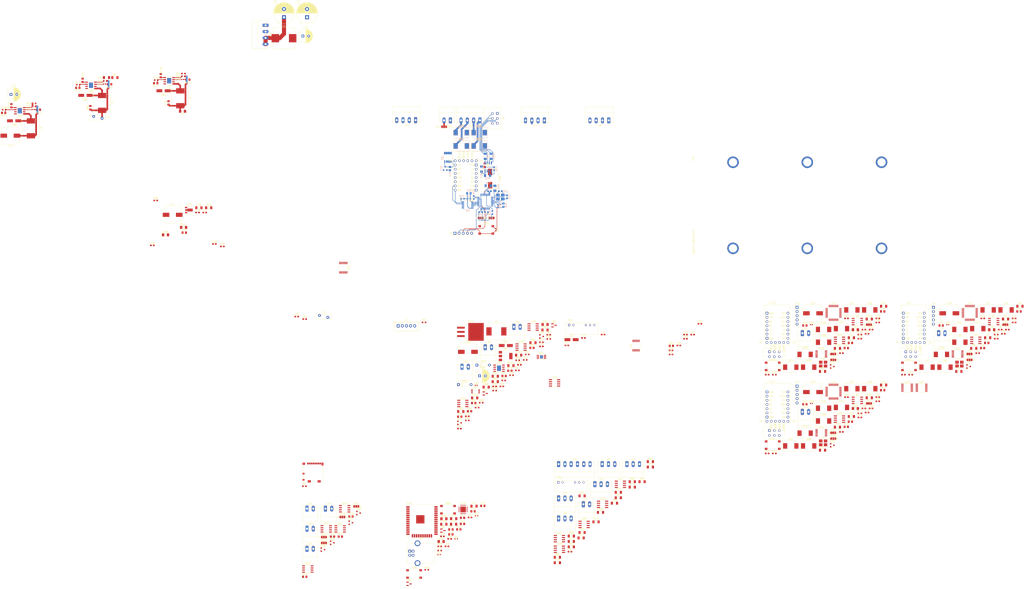
<source format=kicad_pcb>
(kicad_pcb (version 20211014) (generator pcbnew)
  (layers (0 "F.Cu" signal) (1 "In1.Cu" signal) (2 "In2.Cu" signal) (31 "B.Cu" signal) (34 "B.Paste" user) (35 "F.Paste" user) (36 "B.SilkS" user "B.Silkscreen") (37 "F.SilkS" user "F.Silkscreen") (38 "B.Mask" user) (39 "F.Mask" user) (44 "Edge.Cuts" user))
  (net 0 "")
  (net 1 "GND")
  (net 2 "+3V3")
  (net 3 "+5V")
  (net 4 "/motor_drivers/5V_ISO+")
  (net 5 "/motor_drivers/5V_ISO-")
  (net 6 "+48V")
  (net 7 "Net-(C20-Pad1)")
  (net 8 "Net-(C21-Pad1)")
  (net 9 "/motor_drivers/driver_y/NRST")
  (net 10 "/esp32/EN")
  (net 11 "/esp32/IO0")
  (net 12 "Net-(C70-Pad1)")
  (net 13 "Net-(C87-Pad1)")
  (net 14 "Net-(C87-Pad2)")
  (net 15 "Net-(C88-Pad1)")
  (net 16 "Net-(C88-Pad2)")
  (net 17 "Net-(C89-Pad1)")
  (net 18 "Net-(C91-Pad1)")
  (net 19 "Net-(C91-Pad2)")
  (net 20 "Net-(C92-Pad1)")
  (net 21 "Net-(C85-Pad1)")
  (net 22 "Net-(C92-Pad2)")
  (net 23 "Net-(C86-Pad1)")
  (net 24 "Net-(C94-Pad2)")
  (net 25 "/switches/12V_ISO+")
  (net 26 "/switches/12V_ISO-")
  (net 27 "/spindle_cntrl/24V_VFD")
  (net 28 "/spindle_cntrl/5V")
  (net 29 "Net-(C94-Pad1)")
  (net 30 "Net-(C95-Pad1)")
  (net 31 "Net-(C95-Pad2)")
  (net 32 "Net-(C98-Pad2)")
  (net 33 "Net-(C97-Pad1)")
  (net 34 "Net-(C97-Pad2)")
  (net 35 "Net-(C98-Pad1)")
  (net 36 "Net-(C100-Pad1)")
  (net 37 "Net-(C100-Pad2)")
  (net 38 "Net-(C101-Pad1)")
  (net 39 "Net-(C101-Pad2)")
  (net 40 "/EN_X")
  (net 41 "Net-(D4-Pad2)")
  (net 42 "Net-(D6-Pad2)")
  (net 43 "Net-(D8-Pad2)")
  (net 44 "Net-(D10-Pad2)")
  (net 45 "/EN_Y")
  (net 46 "/motor_drivers/driver_y/LED_IND")
  (net 47 "Net-(D13-Pad2)")
  (net 48 "Net-(D14-Pad2)")
  (net 49 "Net-(D16-Pad2)")
  (net 50 "Net-(D18-Pad2)")
  (net 51 "Net-(D20-Pad2)")
  (net 52 "/EN_Z")
  (net 53 "Net-(D24-Pad2)")
  (net 54 "Net-(D26-Pad2)")
  (net 55 "Net-(D28-Pad2)")
  (net 56 "Net-(D30-Pad2)")
  (net 57 "/EN_E")
  (net 58 "Net-(D34-Pad2)")
  (net 59 "Net-(D36-Pad2)")
  (net 60 "Net-(D38-Pad2)")
  (net 61 "Net-(D40-Pad2)")
  (net 62 "/esp32/VUSB")
  (net 63 "/esp32/D+")
  (net 64 "/esp32/D-")
  (net 65 "/esp32/TXT")
  (net 66 "Net-(D45-Pad2)")
  (net 67 "/esp32/RXT")
  (net 68 "Net-(D46-Pad2)")
  (net 69 "Net-(D47-Pad2)")
  (net 70 "Net-(D48-Pad2)")
  (net 71 "Net-(D49-Pad1)")
  (net 72 "Net-(D50-Pad1)")
  (net 73 "Net-(D52-Pad2)")
  (net 74 "Net-(D54-Pad2)")
  (net 75 "/i2so/ISO17")
  (net 76 "/i2so/ISO16")
  (net 77 "/i2so/ISO18")
  (net 78 "/i2so/ISO19")
  (net 79 "+12V")
  (net 80 "+24V")
  (net 81 "/SCL")
  (net 82 "/SDA")
  (net 84 "/SD_CS")
  (net 85 "/MOSI")
  (net 86 "/SCK")
  (net 87 "/MISO")
  (net 91 "Net-(J7-Pad1)")
  (net 92 "Net-(J7-Pad2)")
  (net 93 "Net-(J8-Pad2)")
  (net 94 "/motor_drivers/driver_y/SWDIO")
  (net 95 "/motor_drivers/driver_y/SWCLK")
  (net 96 "/switches/DOOR")
  (net 97 "/switches/PROBE")
  (net 98 "/switches/ABRT")
  (net 99 "/switches/HOLD")
  (net 100 "/switches/START")
  (net 101 "/switches/LIM_X_ISO")
  (net 102 "/switches/LIM_Y_ISO")
  (net 103 "/switches/LIM_Z_ISO")
  (net 104 "/switches/LIM_E_IXO")
  (net 105 "Net-(J29-Pad1)")
  (net 106 "Net-(J29-Pad2)")
  (net 107 "Net-(J30-Pad2)")
  (net 108 "Net-(J31-Pad1)")
  (net 109 "Net-(J31-Pad2)")
  (net 110 "Net-(J32-Pad1)")
  (net 111 "Net-(J32-Pad2)")
  (net 112 "Net-(J33-Pad1)")
  (net 113 "Net-(J33-Pad2)")
  (net 114 "Net-(J34-Pad1)")
  (net 115 "Net-(J34-Pad2)")
  (net 116 "/motor_drivers/driver_y/BOOT0")
  (net 117 "/motor_drivers/driver_y/BOOT1")
  (net 118 "Net-(Q5-Pad1)")
  (net 119 "/esp32/RTS")
  (net 120 "Net-(Q6-Pad1)")
  (net 121 "/esp32/DTR")
  (net 122 "Net-(Q9-Pad1)")
  (net 123 "Net-(Q9-Pad2)")
  (net 124 "Net-(Q10-Pad1)")
  (net 125 "Net-(R12-Pad1)")
  (net 126 "Net-(R13-Pad1)")
  (net 127 "/motor_drivers/driver_y/ENC_B")
  (net 128 "/motor_drivers/driver_y/ENC_A")
  (net 129 "Net-(R19-Pad1)")
  (net 130 "Net-(R20-Pad1)")
  (net 131 "/esp32/RXD")
  (net 132 "/esp32/TXD0")
  (net 133 "/esp32/TXD")
  (net 134 "/esp32/RXD0")
  (net 135 "Net-(R44-Pad2)")
  (net 136 "Net-(R46-Pad2)")
  (net 137 "Net-(R48-Pad1)")
  (net 138 "/I2S_BCK")
  (net 139 "Net-(R56-Pad2)")
  (net 140 "Net-(R60-Pad2)")
  (net 141 "Net-(R61-Pad2)")
  (net 142 "Net-(R62-Pad2)")
  (net 143 "Net-(R63-Pad2)")
  (net 144 "Net-(R64-Pad2)")
  (net 145 "Net-(R70-Pad2)")
  (net 146 "Net-(R72-Pad2)")
  (net 147 "Net-(R73-Pad2)")
  (net 148 "Net-(R71-Pad2)")
  (net 149 "Net-(R78-Pad1)")
  (net 150 "Net-(R79-Pad1)")
  (net 151 "Net-(R80-Pad1)")
  (net 152 "Net-(R83-Pad2)")
  (net 153 "Net-(R81-Pad2)")
  (net 154 "Net-(R87-Pad1)")
  (net 155 "/esp32/LIM_X")
  (net 156 "/esp32/LIM_Z")
  (net 157 "/esp32/LIM_Y")
  (net 158 "/esp32/LIM_E")
  (net 159 "Net-(R91-Pad2)")
  (net 160 "Net-(R95-Pad1)")
  (net 161 "Net-(R96-Pad1)")
  (net 162 "Net-(R93-Pad2)")
  (net 163 "Net-(R95-Pad2)")
  (net 164 "Net-(R98-Pad1)")
  (net 165 "Net-(R108-Pad2)")
  (net 166 "Net-(R112-Pad2)")
  (net 167 "Net-(R114-Pad1)")
  (net 168 "Net-(R116-Pad2)")
  (net 169 "Net-(R118-Pad1)")
  (net 170 "/spindle_cntrl/1V_REF")
  (net 171 "Net-(R110-Pad1)")
  (net 176 "/motor_drivers/SCK_5V")
  (net 177 "/motor_drivers/MISO_5V")
  (net 178 "/motor_drivers/MOSI_5V")
  (net 179 "/DIR_X")
  (net 180 "/STEP_X")
  (net 181 "/CS_X")
  (net 182 "/motor_drivers/driver_y/STEP_3V3")
  (net 183 "/motor_drivers/driver_y/DIR_3V3")
  (net 184 "/motor_drivers/driver_y/STEP_DRV_3V3")
  (net 185 "/motor_drivers/driver_y/DIR_DRV_3V3")
  (net 188 "/motor_drivers/driver_y/DIR_DRV")
  (net 189 "/motor_drivers/driver_y/STEP_DRV")
  (net 190 "/DIR_Y")
  (net 191 "/STEP_Y")
  (net 212 "/CS_Y")
  (net 213 "/DIR_Z")
  (net 214 "/STEP_Z")
  (net 215 "/CS_Z")
  (net 216 "/DIR_E")
  (net 217 "/STEP_E")
  (net 218 "/CS_E")
  (net 233 "/esp32/SPINDLE_EN")
  (net 234 "/esp32/SPINDLE_DIR")
  (net 241 "/esp32/SPINDLE_PWM")
  (net 245 "/I2S_WS")
  (net 247 "/I2S_DATA")
  (net 248 "Net-(U20-Pad9)")
  (net 250 "/i2so/ISO20")
  (net 251 "/i2so/ISO21")
  (net 252 "/i2so/ISO22")
  (net 253 "/i2so/ISO23")
  (net 256 "Net-(U21-Pad14)")
  (net 261 "/switches/LIM_Y_IXO")
  (net 288 "Net-(C7-Pad1)")
  (net 289 "Net-(C8-Pad1)")
  (net 290 "/motor_drivers/driver_x/NRST")
  (net 291 "Net-(C33-Pad1)")
  (net 292 "Net-(C34-Pad1)")
  (net 293 "/motor_drivers/driver_z/NRST")
  (net 294 "Net-(C46-Pad1)")
  (net 295 "Net-(C47-Pad1)")
  (net 296 "/motor_drivers/driver_e/NRST")
  (net 297 "/motor_drivers/driver_x/LED_IND")
  (net 298 "Net-(D3-Pad2)")
  (net 299 "/motor_drivers/driver_z/LED_IND")
  (net 300 "Net-(D23-Pad2)")
  (net 301 "/motor_drivers/driver_e/LED_IND")
  (net 302 "Net-(D33-Pad2)")
  (net 303 "Net-(J3-Pad1)")
  (net 304 "Net-(J3-Pad2)")
  (net 305 "Net-(J4-Pad2)")
  (net 306 "Net-(R3-Pad2)")
  (net 307 "Net-(U3-Pad2)")
  (net 308 "/motor_drivers/driver_x/SWDIO")
  (net 309 "/motor_drivers/driver_x/SWCLK")
  (net 310 "Net-(J11-Pad1)")
  (net 311 "Net-(J11-Pad2)")
  (net 312 "Net-(J12-Pad2)")
  (net 313 "Net-(R12-Pad2)")
  (net 314 "Net-(U7-Pad2)")
  (net 315 "/motor_drivers/driver_z/SWDIO")
  (net 316 "/motor_drivers/driver_z/SWCLK")
  (net 317 "Net-(J15-Pad1)")
  (net 318 "Net-(J15-Pad2)")
  (net 319 "Net-(J16-Pad2)")
  (net 320 "Net-(R21-Pad2)")
  (net 321 "Net-(U11-Pad2)")
  (net 322 "/motor_drivers/driver_e/SWDIO")
  (net 323 "/motor_drivers/driver_e/SWCLK")
  (net 324 "/motor_drivers/driver_x/BOOT0")
  (net 325 "/motor_drivers/driver_x/BOOT1")
  (net 326 "/motor_drivers/driver_z/BOOT0")
  (net 327 "/motor_drivers/driver_z/BOOT1")
  (net 328 "/motor_drivers/driver_e/BOOT0")
  (net 329 "/motor_drivers/driver_e/BOOT1")
  (net 330 "Net-(R3-Pad1)")
  (net 331 "Net-(R4-Pad1)")
  (net 332 "/motor_drivers/driver_x/ENC_B")
  (net 333 "/motor_drivers/driver_x/ENC_A")
  (net 334 "Net-(R10-Pad1)")
  (net 335 "Net-(R11-Pad1)")
  (net 336 "Net-(R21-Pad1)")
  (net 337 "Net-(R22-Pad1)")
  (net 338 "/motor_drivers/driver_z/ENC_B")
  (net 339 "/motor_drivers/driver_z/ENC_A")
  (net 340 "Net-(R28-Pad1)")
  (net 341 "Net-(R29-Pad1)")
  (net 342 "Net-(R30-Pad1)")
  (net 343 "Net-(R31-Pad1)")
  (net 344 "/motor_drivers/driver_e/ENC_B")
  (net 345 "/motor_drivers/driver_e/ENC_A")
  (net 346 "Net-(R37-Pad1)")
  (net 347 "Net-(R38-Pad1)")
  (net 348 "/motor_drivers/driver_x/DIR_DRV_3V3")
  (net 349 "/motor_drivers/driver_x/STEP_DRV_3V3")
  (net 350 "/motor_drivers/driver_x/DIR_3V3")
  (net 351 "/motor_drivers/driver_x/STEP_3V3")
  (net 354 "/motor_drivers/driver_x/STEP_DRV")
  (net 355 "/motor_drivers/driver_x/DIR_DRV")
  (net 386 "/motor_drivers/driver_z/DIR_DRV_3V3")
  (net 387 "/motor_drivers/driver_z/STEP_DRV_3V3")
  (net 388 "/motor_drivers/driver_z/DIR_3V3")
  (net 389 "/motor_drivers/driver_z/STEP_3V3")
  (net 392 "/motor_drivers/driver_z/STEP_DRV")
  (net 393 "/motor_drivers/driver_z/DIR_DRV")
  (net 424 "/motor_drivers/driver_e/DIR_DRV_3V3")
  (net 425 "/motor_drivers/driver_e/STEP_DRV_3V3")
  (net 426 "/motor_drivers/driver_e/DIR_3V3")
  (net 427 "/motor_drivers/driver_e/STEP_3V3")
  (net 430 "/motor_drivers/driver_e/STEP_DRV")
  (net 431 "/motor_drivers/driver_e/DIR_DRV")
  (net 462 "/power_supply/regulator/OUT")
  (net 463 "/power_supply/regulator2/OUT")
  (net 464 "/power_supply/regulator1/OUT")
  (net 465 "/power_supply/regulator/FB")
  (net 466 "/power_supply/regulator2/FB")
  (net 467 "/power_supply/regulator1/FB")
  (net 468 "Net-(R30-Pad2)")
  (net 469 "Net-(U15-Pad2)")
  (net 470 "Net-(U3-Pad4)")
  (net 471 "Net-(U7-Pad4)")
  (net 472 "Net-(U11-Pad4)")
  (net 473 "Net-(U15-Pad4)")
  (footprint "Diode_SMD:D_SOT-23_ANK" (layer "F.Cu") (at 200.64 170.49)
    (fp_text reference "D50")
    (fp_text value "BZX84C5V6")
  )
  (footprint "Package_SO:SO-8_3.9x4.9mm_P1.27mm" (layer "F.Cu") (at 392.059 161.485)
    (fp_text reference "Q3")
    (fp_text value "IRF7809AVTRPBF")
  )
  (footprint "Capacitor_SMD:C_0603_1608Metric_Pad1.08x0.95mm_HandSolder" (layer "F.Cu") (at 464.989 180.605)
    (fp_text reference "C5")
    (fp_text value "100n")
  )
  (footprint "Capacitor_THT:CP_Radial_D8.0mm_P3.50mm" (layer "F.Cu") (at 163.104698 194.39)
    (fp_text reference "C83")
    (fp_text value "10u")
  )
  (footprint "Diode_SMD:D_SMC" (layer "F.Cu") (at 371.559 214.005)
    (fp_text reference "D39")
    (fp_text value "B360")
  )
  (footprint "Capacitor_SMD:C_0805_2012Metric_Pad1.18x1.45mm_HandSolder" (layer "F.Cu") (at 470.439 174.405)
    (fp_text reference "C15")
    (fp_text value "4.7u")
  )
  (footprint "Diode_SMD:D_SMC" (layer "F.Cu") (at 351.689 189.115)
    (fp_text reference "D24")
    (fp_text value "B360")
  )
  (footprint "Capacitor_SMD:C_0603_1608Metric_Pad1.08x0.95mm_HandSolder" (layer "F.Cu") (at 404.409 207.285)
    (fp_text reference "C52")
    (fp_text value "100n")
  )
  (footprint "Resistor_SMD:R_0805_2012Metric_Pad1.20x1.40mm_HandSolder" (layer "F.Cu") (at 181.48 191.28)
    (fp_text reference "R79")
    (fp_text value "150")
  )
  (footprint "Resistor_SMD:R_0603_1608Metric_Pad0.98x0.95mm_HandSolder" (layer "F.Cu") (at -16.383 11.049)
    (fp_text reference "R54")
    (fp_text value "750")
  )
  (footprint "Resistor_SMD:R_1206_3216Metric_Pad1.30x1.75mm_HandSolder" (layer "F.Cu") (at -62.992 13.462)
    (fp_text reference "R56")
    (fp_text value "270")
  )
  (footprint "Resistor_SMD:R_1206_3216Metric_Pad1.30x1.75mm_HandSolder" (layer "F.Cu") (at 151.69 216.01)
    (fp_text reference "R85")
    (fp_text value "1k")
  )
  (footprint "Diode_SMD:D_SMC" (layer "F.Cu") (at 351.689 236.885)
    (fp_text reference "D34")
    (fp_text value "B360")
  )
  (footprint "Resistor_SMD:R_1206_3216Metric_Pad1.30x1.75mm_HandSolder" (layer "F.Cu") (at 225.21 267.17)
    (fp_text reference "R61")
    (fp_text value "1k")
  )
  (footprint "Resistor_SMD:R_1206_3216Metric_Pad1.30x1.75mm_HandSolder" (layer "F.Cu") (at 172.6 194.61)
    (fp_text reference "R84")
    (fp_text value "1k")
  )
  (footprint "Package_TO_SOT_SMD:TO-263-3_TabPin2" (layer "F.Cu") (at 157.56 167.71)
    (fp_text reference "Q10")
    (fp_text value "IRF9Z24SPBF")
  )
  (footprint "Capacitor_THT:CP_Radial_D12.5mm_P5.00mm" (layer "F.Cu") (at 44.575349 -23.114 90)
    (fp_text reference "C70")
    (fp_text value "470u")
  )
  (footprint "Package_DFN_QFN:QFN-28-1EP_5x5mm_P0.5mm_EP3.35x3.35mm" (layer "F.Cu") (at 153.12 275.39)
    (fp_text reference "U18")
    (fp_text value "CP2102N-Axx-xQFN28")
  )
  (footprint "Jumper:SolderJumper-3_P1.3mm_Bridged12_RoundedPad1.0x1.5mm_NumberLabels" (layer "F.Cu") (at 399.109 163.325)
    (fp_text reference "JP9")
    (fp_text value "SolderJumper_3_Bridged12")
  )
  (footprint "Capacitor_SMD:C_0603_1608Metric_Pad1.08x0.95mm_HandSolder" (layer "F.Cu") (at 487.009 162.025)
    (fp_text reference "C12")
    (fp_text value "100n")
  )
  (footprint "Capacitor_SMD:C_0603_1608Metric_Pad1.08x0.95mm_HandSolder" (layer "F.Cu") (at 287.87 169.38)
    (fp_text reference "C63")
    (fp_text value "100n")
  )
  (footprint "Capacitor_SMD:C_0603_1608Metric_Pad1.08x0.95mm_HandSolder" (layer "F.Cu") (at 287.87 171.89)
    (fp_text reference "C68")
    (fp_text value "100n")
  )
  (footprint "Capacitor_SMD:C_0805_2012Metric_Pad1.18x1.45mm_HandSolder" (layer "F.Cu") (at 145.74 287.53)
    (fp_text reference "C57")
    (fp_text value "4.7u")
  )
  (footprint "Resistor_SMD:R_1206_3216Metric_Pad1.30x1.75mm_HandSolder" (layer "F.Cu") (at 266.6 246.39)
    (fp_text reference "R68")
    (fp_text value "1k")
  )
  (footprint "Diode_SMD:D_SMC" (layer "F.Cu") (at 465.009 165.735)
    (fp_text reference "D11")
    (fp_text value "B360")
  )
  (footprint "Inductor_SMD:L_Vishay_IHLP-4040" (layer "F.Cu") (at -65.659 28.829 -90)
    (fp_text reference "L4")
    (fp_text value "33u")
  )
  (footprint "Capacitor_SMD:C_0603_1608Metric_Pad1.08x0.95mm_HandSolder" (layer "F.Cu") (at 172.24 200.8)
    (fp_text reference "C86")
    (fp_text value "100n")
  )
  (footprint "Package_SO:SO-8_3.9x4.9mm_P1.27mm" (layer "F.Cu") (at 78.62 287.17)
    (fp_text reference "Q11")
    (fp_text value "IRF7809AVTRPBF")
  )
  (footprint "Capacitor_SMD:C_0603_1608Metric_Pad1.08x0.95mm_HandSolder" (layer "F.Cu") (at 478.599 166.355)
    (fp_text reference "C6")
    (fp_text value "100n")
  )
  (footprint "Resistor_SMD:R_0805_2012Metric_Pad1.20x1.40mm_HandSolder" (layer "F.Cu") (at 467.909 177.535)
    (fp_text reference "R9")
    (fp_text value "10k")
  )
  (footprint "Resistor_SMD:R_0805_2012Metric_Pad1.20x1.40mm_HandSolder" (layer "F.Cu") (at -33.147 16.891 180)
    (fp_text reference "R117")
    (fp_text value "10k")
  )
  (footprint "LED_SMD:LED_1206_3216Metric_Pad1.42x1.75mm_HandSolder" (layer "F.Cu") (at -16.245 104.322)
    (fp_text reference "D47")
    (fp_text value "LED")
  )
  (footprint "Button_Switch_SMD:SW_Push_1P1T_NO_6x6mm_H9.5mm" (layer "F.Cu") (at 423.339 188.63)
    (fp_text reference "SW1")
    (fp_text value "SW_Push")
  )
  (footprint "Capacitor_SMD:C_0402_1005Metric_Pad0.74x0.62mm_HandSolder" (layer "F.Cu") (at 161.09 200.15)
    (fp_text reference "C87")
    (fp_text value "6.8n")
  )
  (footprint "Capacitor_THT:CP_Radial_D8.0mm_P3.50mm" (layer "F.Cu") (at 56.005349 -11.684)
    (fp_text reference "C73")
    (fp_text value "10u")
  )
  (footprint "Resistor_SMD:R_0805_2012Metric_Pad1.20x1.40mm_HandSolder" (layer "F.Cu") (at -13.716 14.732)
    (fp_text reference "R119")
    (fp_text value "10k")
  )
  (footprint "Capacitor_SMD:C_0603_1608Metric_Pad1.08x0.95mm_HandSolder" (layer "F.Cu") (at 279.12 178.92)
    (fp_text reference "C69")
    (fp_text value "100n")
  )
  (footprint "Resistor_SMD:R_0603_1608Metric_Pad0.98x0.95mm_HandSolder" (layer "F.Cu") (at -32.893 14.986)
    (fp_text reference "R116")
    (fp_text value "100k")
  )
  (footprint "Resistor_SMD:R_0805_2012Metric_Pad1.20x1.40mm_HandSolder" (layer "F.Cu") (at 165.07 273.24)
    (fp_text reference "R45")
    (fp_text value "47k")
  )
  (footprint "Diode_SMD:D_SMC" (layer "F.Cu") (at 399.549 154.385)
    (fp_text reference "D25")
    (fp_text value "B360")
  )
  (footprint "Package_SO:SO-8_3.9x4.9mm_P1.27mm" (layer "F.Cu") (at 81.34 274.99)
    (fp_text reference "Q13")
    (fp_text value "IRF7809AVTRPBF")
  )
  (footprint "Package_SO:TSSOP-16_4.4x5mm_P0.65mm" (layer "F.Cu") (at 422.189 201.575)
    (fp_text reference "U22")
    (fp_text value "74HCT595")
  )
  (footprint "Resistor_SMD:R_1206_3216Metric_Pad1.30x1.75mm_HandSolder" (layer "F.Cu") (at 255.62 258.57)
    (fp_text reference "R65")
    (fp_text value "1k")
  )
  (footprint "LED_SMD:LED_1206_3216Metric_Pad1.42x1.75mm_HandSolder" (layer "F.Cu") (at -27.195 108.872)
    (fp_text reference "D48")
    (fp_text value "LED")
  )
  (footprint "Resistor_SMD:R_0603_1608Metric_Pad0.98x0.95mm_HandSolder" (layer "F.Cu") (at -106.90275 29.1475)
    (fp_text reference "R52")
    (fp_text value "200")
  )
  (footprint "Capacitor_SMD:C_0603_1608Metric_Pad1.08x0.95mm_HandSolder" (layer "F.Cu") (at 337.389 241.445)
    (fp_text reference "C43")
    (fp_text value "100n")
  )
  (footprint "Connector_Card:microSD_HC_Molex_104031-0811" (layer "F.Cu") (at 62.14 252.995)
    (fp_text reference "J2")
    (fp_text value "Micro_SD_Card_Det")
  )
  (footprint "Resistor_SMD:R_1206_3216Metric_Pad1.30x1.75mm_HandSolder" (layer "F.Cu") (at 218.68 294.82)
    (fp_text reference "R72")
    (fp_text value "1k")
  )
  (footprint "Diode_SMD:D_SMA_Handsoldering" (layer "F.Cu") (at 218.85 172.41)
    (fp_text reference "D1")
    (fp_text value "B360")
  )
  (footprint "Package_SO:TSSOP-16_4.4x5mm_P0.65mm" (layer "F.Cu") (at 430.939 201.575)
    (fp_text reference "U20")
    (fp_text value "74HCT595")
  )
  (footprint "Diode_SMD:D_SMC" (layer "F.Cu") (at 360.389 229.135)
    (fp_text reference "D40")
    (fp_text value "B360")
  )
  (footprint "Resistor_SMD:R_0603_1608Metric_Pad0.98x0.95mm_HandSolder" (layer "F.Cu") (at 172.24 203.31)
    (fp_text reference "R103")
    (fp_text value "22")
  )
  (footprint "Package_SO:SOIC-8_3.9x4.9mm_P1.27mm" (layer "F.Cu") (at 152.94 211.14)
    (fp_text reference "U33")
    (fp_text value "LMV358")
  )
  (footprint "Resistor_SMD:R_1206_3216Metric_Pad1.30x1.75mm_HandSolder" (layer "F.Cu") (at 224.63 292.67)
    (fp_text reference "R74")
    (fp_text value "1k")
  )
  (footprint "Resistor_SMD:R_1206_3216Metric_Pad1.30x1.75mm_HandSolder" (layer "F.Cu") (at 167.09 201.19)
    (fp_text reference "R88")
    (fp_text value "1k")
  )
  (footprint "Package_SO:MSOP-8-1EP_3x3mm_P0.65mm_EP1.68x1.88mm_ThermalVias" (layer "F.Cu") (at 200.59 182.88)
    (fp_text reference "RN1")
    (fp_text value "LT5400_10k")
  )
  (footprint "Capacitor_SMD:CP_Elec_10x10" (layer "F.Cu") (at -22.905 96.702)
    (fp_text reference "C77")
    (fp_text value "100u")
  )
  (footprint "Capacitor_SMD:C_0603_1608Metric_Pad1.08x0.95mm_HandSolder" (layer "F.Cu") (at 487.009 159.515)
    (fp_text reference "C13")
    (fp_text value "100n")
  )
  (footprint "Package_SO:TSSOP-14_4.4x5mm_P0.65mm" (layer "F.Cu") (at 452.789 181.135)
    (fp_text reference "U2")
    (fp_text value "ADG3304")
  )
  (footprint "Capacitor_SMD:C_0603_1608Metric_Pad1.08x0.95mm_HandSolder" (layer "F.Cu") (at 200.59 176.53)
    (fp_text reference "C92")
    (fp_text value "220p")
  )
  (footprint "Connector_Phoenix_MC:PhoenixContact_MC_1,5_2-G-3.81_1x02_P3.81mm_Horizontal" (layer "F.Cu") (at 145.39623 39.43602 180)
    (fp_text reference "J7")
    (fp_text value "Screw_Terminal_01x02")
  )
  (footprint "Package_SO:SOIC-8_3.9x4.9mm_P1.27mm" (layer "F.Cu") (at 211.48 293.11)
    (fp_text reference "U24")
    (fp_text value "HCPL-0630")
  )
  (footprint "Connector_Phoenix_MC:PhoenixContact_MC_1,5_2-G-3.81_1x02_P3.81mm_Horizontal" (layer "F.Cu") (at 58.51 287.105)
    (fp_text reference "J32")
    (fp_text value "Screw_Terminal_01x02")
  )
  (footprint "Connector_Molex:Molex_Micro-Fit_3.0_43045-0612_2x03_P3.00mm_Vertical" (layer "F.Cu") (at 421.339 179.765)
    (fp_text reference "J4")
    (fp_text value "Conn_01x06_Female")
  )
  (footprint "Resistor_SMD:R_0603_1608Metric_Pad0.98x0.95mm_HandSolder" (layer "F.Cu") (at 155.64 221.42)
    (fp_text reference "R93")
    (fp_text value "12k")
  )
  (footprint "Diode_SMD:D_SMC" (layer "F.Cu") (at 388.699 154.385)
    (fp_text reference "D27")
    (fp_text value "B360")
  )
  (footprint "Resistor_SMD:R_0805_2012Metric_Pad1.20x1.40mm_HandSolder" (layer "F.Cu") (at 152.76 280.49)
    (fp_text reference "R42")
    (fp_text value "10k")
  )
  (footprint "Resistor_SMD:R_0805_2012Metric_Pad1.20x1.40mm_HandSolder" (layer "F.Cu") (at 78.72 291.87)
    (fp_text reference "R104")
    (fp_text value "10k")
  )
  (footprint "Resistor_SMD:R_1206_3216Metric_Pad1.30x1.75mm_HandSolder" (layer "F.Cu") (at 225.21 289.38)
    (fp_text reference "R71")
    (fp_text value "1k")
  )
  (footprint "fluidnc_board:TMC5160_SILENTSTEPSTICK" (layer "F.Cu") (at 154.68473 72.83602 180)
    (fp_text reference "U9")
    (fp_text value "TMC5160_SILENTSTEPSTICK")
  )
  (footprint "Capacitor_SMD:C_0603_1608Metric_Pad1.08x0.95mm_HandSolder" (layer "F.Cu") (at -7.81 95.322)
    (fp_text reference "C79")
    (fp_text value "100n")
  )
  (footprint "Resistor_SMD:R_0603_1608Metric_Pad0.98x0.95mm_HandSolder" (layer "F.Cu") (at 190.74 184.71)
    (fp_text reference "R92")
    (fp_text value "750")
  )
  (footprint "Connector_Phoenix_MC:PhoenixContact_MC_1,5_2-G-3.81_1x02_P3.81mm_Horizontal" (layer "F.Cu") (at 166.53 177.045)
    (fp_text reference "J28")
    (fp_text value "Screw_Terminal_01x02")
  )
  (footprint "Diode_SMD:D_SOT-23_ANK" (layer "F.Cu") (at 73.82 295.62)
    (fp_text reference "D55")
    (fp_text value "BZX84C5V6")
  )
  (footprint "Package_SO:SOIC-8_3.9x4.9mm_P1.27mm" (layer "F.Cu") (at 226.46 284.51)
    (fp_text reference "U25")
    (fp_text value "HCPL-0630")
  )
  (footprint "Package_SO:HTSOP-8-1EP_3.9x4.9mm_P1.27mm_EP2.4x3.2mm_ThermalVias" (layer "F.Cu") (at -25.019 15.367 180)
    (fp_text reference "U37")
    (fp_text value "BD9G341AEFJ")
  )
  (footprint "Resistor_SMD:R_0603_1608Metric_Pad0.98x0.95mm_HandSolder" (layer "F.Cu") (at 129.44 161.93)
    (fp_text reference "R2")
    (fp_text value "3k")
  )
  (footprint "Resistor_SMD:R_0603_1608Metric_Pad0.98x0.95mm_HandSolder" (layer "F.Cu") (at 186.19 184.93)
    (fp_text reference "R82")
    (fp_text value "2.2k")
  )
  (footprint "Diode_SMD:D_SOT-23_ANK" (layer "F.Cu") (at 89.74 277.59)
    (fp_text reference "D58")
    (fp_text value "BZX84C5V6")
  )
  (footprint "Package_SO:SO-8_3.9x4.9mm_P1.27mm" (layer "F.Cu") (at 474.659 161.485)
    (fp_text reference "Q1")
    (fp_text value "IRF7809AVTRPBF")
  )
  (footprint "Resistor_SMD:R_1206_3216Metric_Pad1.30x1.75mm_HandSolder" (layer "F.Cu") (at 244.83 271.6)
    (fp_text reference "R69")
    (fp_text value "1k")
  )
  (footprint "Fuse:Fuse_1206_3216Metric_Pad1.42x1.75mm_HandSolder" (layer "F.Cu") (at -16.891 33.909 180)
    (fp_text reference "F2")
    (fp_text value "1A")
  )
  (footprint "Capacitor_SMD:C_0603_1608Metric_Pad1.08x0.95mm_HandSolder" (layer "F.Cu") (at 176.59 200.8)
    (fp_text reference "C89")
    (fp_text value "100n")
  )
  (footprint "Capacitor_SMD:C_0603_1608Metric_Pad1.08x0.95mm_HandSolder" (layer "F.Cu") (at -35.2044 115.252)
    (fp_text reference "C96")
    (fp_text value "100n")
  )
  (footprint "Diode_SMD:D_SMC" (layer "F.Cu") (at 362.539 236.885)
    (fp_text reference "D38")
    (fp_text value "B360")
  )
  (footprint "Resistor_SMD:R_1206_3216Metric_Pad1.30x1.75mm_HandSolder" (layer "F.Cu") (at 247.17 268.31)
    (fp_text reference "R67")
    (fp_text value "1k")
  )
  (footprint "Connector_Phoenix_MC:PhoenixContact_MC_1,5_3-G-3.81_1x03_P3.81mm_Horizontal" (layer "F.Cu") (at 237.4 247.905)
    (fp_text reference "J26")
    (fp_text value "Screw_Terminal_01x03")
  )
  (footprint "Jumper:SolderJumper-3_P1.3mm_Open_RoundedPad1.0x1.5mm_NumberLabels" (layer "F.Cu") (at 68.77 292.17)
    (fp_text reference "JP13")
    (fp_text value "SolderJumper_3_Open")
  )
  (footprint "Capacitor_SMD:C_0805_2012Metric_Pad1.18x1.45mm_HandSolder" (layer "F.Cu") (at 166.24173 66.63952 -90)
    (fp_text reference "C28")
    (fp_text value "4.7u")
  )
  (footprint "Diode_SMD:D_SMC" (layer "F.Cu") (at 434.289 189.115)
    (fp_text reference "D4")
    (fp_text value "B360")
  )
  (footprint "Resistor_SMD:R_0805_2012Metric_Pad1.20x1.40mm_HandSolder" (layer "F.Cu") (at 177.95 194.44)
    (fp_text reference "R87")
    (fp_text value "47k")
  )
  (footprint "Resistor_SMD:R_1206_3216Metric_Pad1.30x1.75mm_HandSolder" (layer "F.Cu") (at 210.23 304.43)
    (fp_text reference "R66")
    (fp_text value "1k")
  )
  (footprint "Capacitor_SMD:C_0603_1608Metric_Pad1.08x0.95mm_HandSolder" (layer "F.Cu") (at 482.949 166.355)
    (fp_text reference "C7")
    (fp_text value "22p")
  )
  (footprint "Connector_Phoenix_MC:PhoenixContact_MC_1,5_4-G-3.81_1x04_P3.81mm_Horizontal" (layer "F.Cu") (at 33.4125 -18.233 -90)
    (fp_text reference "J20")
    (fp_text value "Screw_Terminal_01x04")
  )
  (footprint "Resistor_SMD:R_0603_1608Metric_Pad0.98x0.95mm_HandSolder" (layer "F.Cu") (at 186.03 191.06)
    (fp_text reference "R97")
    (fp_text value "24k")
  )
  (footprint "Resistor_SMD:R_0603_1608Metric_Pad0.98x0.95mm_HandSolder" (layer "F.Cu") (at 424.339 193.675)
    (fp_text reference "R11")
    (fp_text value "100k")
  )
  (footprint "Diode_SMD:D_SOT-23_ANK" (layer "F.Cu") (at 376.839 236.495)
    (fp_text reference "D32")
    (fp_text value "BZX84C5V6")
  )
  (footprint "Diode_SMD:D_SMA_Handsoldering" (layer "F.Cu") (at -118.96775 39.6885 180)
    (fp_text reference "D59")
    (fp_text value "SS2150-LTP")
  )
  (footprint "Package_SO:SOIC-8_3.9x4.9mm_P1.27mm" (layer "F.Cu") (at 195.55 164.76)
    (fp_text reference "U29")
    (fp_text value "HCPL-0630")
  )
  (footprint "Capacitor_SMD:C_0603_1608Metric_Pad1.08x0.95mm_HandSolder" (layer "F.Cu") (at 385.449 159.515)
    (fp_text reference "C37")
    (fp_text value "100n")
  )
  (footprint "Diode_SMD:D_SMC" (layer "F.Cu") (at 371.559 221.755)
    (fp_text reference "D36")
    (fp_text value "B360")
  )
  (footprint "Package_TO_SOT_SMD:SOT-23" (layer "F.Cu") (at 208.21 163.76)
    (fp_text reference "Q8")
    (fp_text value "BSS127S")
  )
  (footprint "Resistor_SMD:R_0805_2012Metric_Pad1.20x1.40mm_HandSolder" (layer "F.Cu") (at 279.32 176.19)
    (fp_text reference "R50")
    (fp_text value "10k")
  )
  (footprint "Capacitor_SMD:C_0603_1608Metric_Pad1.08x0.95mm_HandSolder" (layer "F.Cu") (at 393.559 219.635)
    (fp_text reference "C49")
    (fp_text value "100n")
  )
  (footprint "Resistor_SMD:R_0805_2012Metric_Pad1.20x1.40mm_HandSolder" (layer "F.Cu") (at 442.819 163.835)
    (fp_text reference "R5")
    (fp_text value "10k")
  )
  (footprint "Jumper:SolderJumper-3_P1.3mm_Bridged12_RoundedPad1.0x1.5mm_NumberLabels" (layer "F.Cu") (at 459.989 181.125)
    (fp_text reference "JP2")
    (fp_text value "SolderJumper_3_Bridged12")
  )
  (footprint "Diode_SMD:D_SMC" (layer "F.Cu") (at 382.409 213.505)
    (fp_text reference "D41")
    (fp_text value "B360")
  )
  (footprint "Jumper:SolderJumper-3_P1.3mm_Open_RoundedPad1.0x1.5mm_NumberLabels" (layer "F.Cu") (at 88.39 273.54)
    (fp_text reference "JP14")
    (fp_text value "SolderJumper_3_Open")
  )
  (footprint "Inductor_SMD:L_Vishay_IHLP-4040" (layer "F.Cu") (at -18.288 26.035 -90)
    (fp_text reference "L5")
    (fp_text value "33u")
  )
  (footprint "Package_TO_SOT_SMD:SOT-223-3_TabPin2" (layer "F.Cu") (at 178.89 182.39)
    (fp_text reference "Q9")
    (fp_text value "ZVN4306GTA")
  )
  (footprint "Capacitor_SMD:C_0805_2012Metric_Pad1.18x1.45mm_HandSolder" (layer "F.Cu") (at 489.979 155.305)
    (fp_text reference "C14")
    (fp_text value "47u")
  )
  (footprint "Connector_Molex:Molex_Micro-Fit_3.0_43045-0612_2x03_P3.00mm_Vertical" (layer "F.Cu") (at 173.873 35.227 -90)
    (fp_text reference "J8")
    (fp_text value "Conn_01x06_Female")
  )
  (footprint "Capacitor_THT:CP_Radial_D12.5mm_P5.00mm" (layer "F.Cu") (at 58.545349 -23.114 90)
    (fp_text reference "C72")
    (fp_text value "470u")
  )
  (footprint "Capacitor_SMD:C_0603_1608Metric_Pad1.08x0.95mm_HandSolder" (layer "F.Cu") (at 57.1246 159.956)
    (fp_text reference "C93")
    (fp_text value "100n")
  )
  (footprint "Package_SO:SOIC-8_3.9x4.9mm_P1.27mm" (layer "F.Cu") (at 463.809 172.835)
    (fp_text reference "U3")
    (fp_text value "HCPL-0630")
  )
  (footprint "Resistor_SMD:R_1206_3216Metric_Pad1.30x1.75mm_HandSolder" (layer "F.Cu") (at 182.08 188.16)
    (fp_text reference "R101")
    (fp_text value "100")
  )
  (footprint "Resistor_SMD:R_0603_1608Metric_Pad0.98x0.95mm_HandSolder" (layer "F.Cu") (at -80.121 17.78)
    (fp_text reference "R112")
    (fp_text value "100k")
  )
  (footprint "Capacitor_SMD:C_0603_1608Metric_Pad1.08x0.95mm_HandSolder" (layer "F.Cu") (at 292.22 169.38)
    (fp_text reference "C67")
    (fp_text value "100n")
  )
  (footprint "Resistor_SMD:R_0805_2012Metric_Pad1.20x1.40mm_HandSolder" (layer "F.Cu") (at 159.54 210.88)
    (fp_text reference "R81")
    (fp_text value "10k")
  )
  (footprint "Resistor_SMD:R_0603_1608Metric_Pad0.98x0.95mm_HandSolder" (layer "F.Cu") (at -125.06375 32.9575)
    (fp_text reference "R108")
    (fp_text value "100k")
  )
  (footprint "Connector_Phoenix_MC:PhoenixContact_MC_1,5_2-G-3.81_1x02_P3.81mm_Horizontal" (layer "F.Cu") (at 441.299 168.47)
    (fp_text reference "J3")
    (fp_text value "Screw_Terminal_01x02")
  )
  (footprint "Capacitor_SMD:C_0603_1608Metric_Pad1.08x0.95mm_HandSolder" (layer "F.Cu") (at 2.3876 114.363)
    (fp_text reference "C101")
    (fp_text value "100n")
  )
  (footprint "Resistor_SMD:R_0805_2012Metric_Pad1.20x1.40mm_HandSolder" (layer "F.Cu") (at 145.71 290.51)
    (fp_text reference "R41")
    (fp_text value "10k")
  )
  (footprint "Inductor_SMD:L_Vishay_IHLP-4040" (layer "F.Cu") (at -108.80775 44.2605 -90)
    (fp_text reference "L3")
    (fp_text value "33u")
  )
  (footprint "Capacitor_SMD:C_0805_2012Metric_Pad1.18x1.45mm_HandSolder" (layer "F.Cu") (at -72.771 31.75 90)
    (fp_text reference "C80")
    (fp_text value "4.7u")
  )
  (footprint "Capacitor_SMD:C_0402_1005Metric_Pad0.74x0.62mm_HandSolder" (layer "F.Cu") (at -107.41075 32.8305)
    (fp_text reference "C94")
    (fp_text value "6.8n")
  )
  (footprint "Connector_Phoenix_MC:PhoenixContact_MC_1,5_2-G-3.81_1x02_P3.81mm_Horizontal" (layer "F.Cu") (at 183.89 164.695)
    (fp_text reference "J30")
    (fp_text value "Screw_Terminal_01x02")
  )
  (footprint "Capacitor_SMD:C_0603_1608Metric_Pad1.08x0.95mm_HandSolder" (layer "F.Cu") (at 155.64 218.91)
    (fp_text reference "C88")
    (fp_text value "100n")
  )
  (footprint "Capacitor_SMD:C_0402_1005Metric_Pad0.74x0.62mm_HandSolder" (layer "F.Cu") (at -64.262 17.399)
    (fp_text reference "C97")
    (fp_text value "6.8n")
  )
  (footprint "Capacitor_THT:CP_Radial_D8.0mm_P3.50mm" (layer "F.Cu") (at -120.87275 23.6865)
    (fp_text reference "C71")
    (fp_text value "10u")
  )
  (footprint "Package_SO:TSSOP-16_4.4x5mm_P0.65mm" (layer "F.Cu") (at 80.518 128.778 -90)
    (fp_text reference "U21")
    (fp_text value "74HCT595")
  )
  (footprint "Resistor_SMD:R_1206_3216Metric_Pad1.30x1.75mm_HandSolder" (layer "F.Cu") (at 160.14 207.76)
    (fp_text reference "R102")
    (fp_text value "100")
  )
  (footprint "Capacitor_SMD:C_0603_1608Metric_Pad1.08x0.95mm_HandSolder" (layer "F.Cu") (at 397.909 168.865)
    (fp_text reference "C34")
    (fp_text value "22p")
  )
  (footprint "Resistor_SMD:R_0603_1608Metric_Pad0.98x0.95mm_HandSolder" (layer "F.Cu") (at 393.559 217.125)
    (fp_text reference "R37")
    (fp_text value "100k")
  )
  (footprint "Package_SO:TSSOP-14_4.4x5mm_P0.65mm" (layer "F.Cu") (at 370.189 228.905)
    (fp_text reference "U14")
    (fp_text value "ADG3304")
  )
  (footprint "LED_SMD:LED_1206_3216Metric_Pad1.42x1.75mm_HandSolder" (layer "F.Cu") (at 141.465 281.04)
    (fp_text reference "D45")
    (fp_text value "LED")
  )
  (footprint "Diode_SMD:D_SOT-23_ANK" (layer "F.Cu") (at 68.17 299.77)
    (fp_text reference "D56")
    (fp_text value "BZX84C5V6")
  )
  (footprint "Capacitor_SMD:C_0603_1608Metric_Pad1.08x0.95mm_HandSolder" (layer "F.Cu") (at 404.409 162.025)
    (fp_text reference "C38")
    (fp_text value "100n")
  )
  (footprint "Capacitor_SMD:C_0603_1608Metric_Pad1.08x0.95mm_HandSolder" (layer "F.Cu") (at 52.2986 158.432)
    (fp_text reference "C95")
    (fp_text value "100n")
  )
  (footprint "fluidnc_board:TMC5160_SILENTSTEPSTICK" (layer "F.Cu") (at 426.209 165.259)
    (fp_text reference "U5")
    (fp_text value "TMC5160_SILENTSTEPSTICK")
  )
  (footprint "Resistor_SMD:R_1206_3216Metric_Pad1.30x1.75mm_HandSolder" (layer "F.Cu") (at 388.409 171.255)
    (fp_text reference "R21")
    (fp_text value "270")
  )
  (footprint "Resistor_SMD:R_1206_3216Metric_Pad1.30x1.75mm_HandSolder" (layer "F.Cu") (at 388.409 219.025)
    (fp_text reference "R30")
    (fp_text value "270")
  )
  (footprint "Package_SO:SOIC-8_3.9x4.9mm_P1.27mm" (layer "F.Cu") (at 381.209 172.835)
    (fp_text reference "U11")
    (fp_text value "HCPL-0630")
  )
  (footprint "Package_QFP:LQFP-48_7x7mm_P0.5mm" (layer "F.Cu") (at 377.599 203.955)
    (fp_text reference "U16")
    (fp_text value "STM32F103C8Tx")
  )
  (footprint "Resistor_SMD:R_0805_2012Metric_Pad1.20x1.40mm_HandSolder" (layer "F.Cu") (at 151.09 219.13)
    (fp_text reference "R78")
    (fp_text value "150")
  )
  (footprint "Button_Switch_SMD:SW_Push_1P1T_NO_6x6mm_H9.5mm" (layer "F.Cu") (at 123.42 314.545)
    (fp_text reference "SW6")
    (fp_text value "SW_Push")
  )
  (footprint "LED_SMD:LED_1206_3216Metric_Pad1.42x1.75mm_HandSolder" (layer "F.Cu") (at 139.825 294.86)
    (fp_text reference "D46")
    (fp_text value "LED")
  )
  (footprint "Capacitor_SMD:C_0603_1608Metric_Pad1.08x0.95mm_HandSolder" (layer "F.Cu") (at 393.559 171.865)
    (fp_text reference "C36")
    (fp_text value "100n")
  )
  (footprint "Capacitor_SMD:C_0603_1608Metric_Pad1.08x0.95mm_HandSolder" (layer "F.Cu") (at 138.98 297.81)
    (fp_text reference "C59")
    (fp_text value "100n")
  )
  (footprint "Resistor_SMD:R_0805_2012Metric_Pad1.20x1.40mm_HandSolder" (layer "F.Cu") (at 150.52 287.5)
    (fp_text reference "R48")
    (fp_text value "10k")
  )
  (footprint "Capacitor_SMD:C_0603_1608Metric_Pad1.08x0.95mm_HandSolder" (layer "F.Cu") (at 237.96 169.34)
    (fp_text reference "C3")
    (fp_text value "100n")
  )
  (footprint "Connector_Phoenix_MC:PhoenixContact_MC_1,5_2-G-3.81_1x02_P3.81mm_Horizontal" (layer "F.Cu") (at 358.699 168.47)
    (fp_text reference "J11")
    (fp_text value "Screw_Terminal_01x02")
  )
  (footprint "Package_TO_SOT_SMD:SOT-89-3" (layer "F.Cu") (at -13.06 93.802)
    (fp_text reference "U23")
    (fp_text value "AZ1117-3.3")
  )
  (footprint "Capacitor_SMD:C_0603_1608Metric_Pad1.08x0.95mm_HandSolder" (layer "F.Cu") (at 382.389 180.605)
    (fp_text reference "C31")
    (fp_text value "100n")
  )
  (footprint "Resistor_SMD:R_0603_1608Metric_Pad0.98x0.95mm_HandSolder" (layer "F.Cu") (at 341.739 193.675)
    (fp_text reference "R29")
    (fp_text value "100k")
  )
  (footprint "Button_Switch_SMD:SW_Push_1P1T_NO_6x6mm_H9.5mm" (layer "F.Cu") (at 340.739 236.4)
    (fp_text reference "SW4")
    (fp_text value "SW_Push")
  )
  (footprint "Resistor_SMD:R_0603_1608Metric_Pad0.98x0.95mm_HandSolder" (layer "F.Cu") (at -63.754 15.494 180)
    (fp_text reference "R55")
    (fp_text value "12k")
  )
  (footprint "Resistor_SMD:R_0603_1608Metric_Pad0.98x0.95mm_HandSolder" (layer "F.Cu") (at 476.159 169.355)
    (fp_text reference "R10")
    (fp_text value "100k")
  )
  (footprint "Resistor_SMD:R_1206_3216Metric_Pad1.30x1.75mm_HandSolder" (layer "F.Cu") (at 379.959 177.705)
    (fp_text reference "R26")
    (fp_text value "1k")
  )
  (footprint "Capacitor_SMD:C_0603_1608Metric_Pad1.08x0.95mm_HandSolder" (layer "F.Cu") (at 140.62 291.73)
    (fp_text reference "C58")
    (fp_text value "100n")
  )
  (footprint "Capacitor_SMD:C_0402_1005Metric_Pad0.74x0.62mm_HandSolder" (layer "F.Cu") (at 446.799 163.345)
    (fp_text reference "C9")
    (fp_text value "12p")
  )
  (footprint "Resistor_SMD:R_0805_2012Metric_Pad1.20x1.40mm_HandSolder" (layer "F.Cu") (at 385.309 177.535)
    (fp_text reference "R27")
    (fp_text value "10k")
  )
  (footprint "Resistor_SMD:R_0805_2012Metric_Pad1.20x1.40mm_HandSolder" (layer "F.Cu") (at 157.04 215.84)
    (fp_text reference "R89")
    (fp_text value "10k")
  )
  (footprint "Resistor_SMD:R_0805_2012Metric_Pad1.20x1.40mm_HandSolder" (layer "F.Cu") (at 159.12 276.53)
    (fp_text reference "R49")
    (fp_text value "10k")
  )
  (footprint "Connector_PinHeader_2.54mm:PinHeader_1x05_P2.54mm_Vertical" (layer "F.Cu") (at 355.519 152.835)
    (fp_text reference "J13")
    (fp_text value "SWD")
  )
  (footprint "Connector_Phoenix_MC:PhoenixContact_MC_1,5_2-G-3.81_1x02_P3.81mm_Horizontal" (layer "F.Cu") (at 58.51 299.285)
    (fp_text reference "J34")
    (fp_text value "Screw_Terminal_01x02")
  )
  (footprint "Resistor_SMD:R_0805_2012Metric_Pad1.20x1.40mm_HandSolder" (layer "F.Cu") (at -125.31775 34.8625 180)
    (fp_text reference "R109")
    (fp_text value "10k")
  )
  (footprint "Diode_SMD:D_SMC" (layer "F.Cu") (at 454.159 173.985)
    (fp_text reference "D6")
    (fp_text value "B360")
  )
  (footprint "LED_SMD:LED_1206_3216Metric_Pad1.42x1.75mm_HandSolder" (layer "F.Cu") (at 473.454 166.405)
    (fp_text reference "D3")
    (fp_text value "LED")
  )
  (footprint "Resistor_SMD:R_1206_3216Metric_Pad1.30x1.75mm_HandSolder" (layer "F.Cu") (at 255.62 261.86)
    (fp_text reference "R77")
    (fp_text value "1k")
  )
  (footprint "Package_SO:SOIC-8_3.9x4.9mm_P1.27mm" (layer "F.Cu") (at 211.48 299.56)
    (fp_text reference "U28")
    (fp_text value "HCPL-0630")
  )
  (footprint "Resistor_SMD:R_1206_3216Metric_Pad1.30x1.75mm_HandSolder" (layer "F.Cu") (at 172.6 197.9)
    (fp_text reference "R90")
    (fp_text value "1k")
  )
  (footprint "fluidnc_board:CONV_RKZ" (layer "F.Cu") (at 225.19 165.835)
    (fp_text reference "PS1")
    (fp_text value "RKZ-2405S")
  )
  (footprint "Capacitor_SMD:C_0603_1608Metric_Pad1.08x0.95mm_HandSolder" (layer "F.Cu") (at 144.97 293.24)
    (fp_text reference "C56")
    (fp_text value "100n")
  )
  (footprint "Jumper:SolderJumper-3_P1.3mm_Open_RoundedPad1.0x1.5mm_NumberLabels" (layer "F.Cu") (at 377.439 184.675)
    (fp_text reference "JP7")
    (fp_text value "SolderJumper_3_Open")
  )
  (footprint "Jumper:SolderJumper-3_P1.3mm_Bridged12_RoundedPad1.0x1.5mm_NumberLabels" (layer "F.Cu") (at 377.389 181.125)
    (fp_text reference "JP8")
    (fp_text value "SolderJumper_3_Bridged12")
  )
  (footprint "Capacitor_SMD:CP_Elec_10x10" (layer "F.Cu") (at -121.25375 48.7055 180)
    (fp_text reference "C75")
    (fp_text value "100u")
  )
  (footprint "Resistor_SMD:R_0603_1608Metric_Pad0.98x0.95mm_HandSolder" (layer "F.Cu") (at 164.09 210.66)
    (fp_text reference "R98")
    (fp_text value "24k")
  )
  (footprint "Capacitor_SMD:C_0805_2012Metric_Pad1.18x1.45mm_HandSolder" (layer "F.Cu") (at 387.839 222.175)
    (fp_text reference "C54")
    (fp_text value "4.7u")
  )
  (footprint "Capacitor_SMD:C_0603_1608Metric_Pad1.08x0.95mm_HandSolder" (layer "F.Cu") (at 382.389 228.375)
    (fp_text reference "C44")
    (fp_text value "100n")
  )
  (footprint "Button_Switch_SMD:SW_Push_1P1T_NO_6x6mm_H9.5mm" (layer "F.Cu") (at 167.139445 105.85402)
    (fp_text reference "SW2")
    (fp_text value "SW_Push")
  )
  (footprint "Resistor_SMD:R_0603_1608Metric_Pad0.98x0.95mm_HandSolder" (layer "F.Cu") (at 191.94 181.42)
    (fp_text reference "R94")
    (fp_text value "3k")
  )
  (footprint "Connector_Phoenix_MC:PhoenixContact_MC_1,5_2-G-3.81_1x02_P3.81mm_Horizontal" (layer "F.Cu") (at 69.68 274.925)
    (fp_text reference "J33")
    (fp_text value "Screw_Terminal_01x02")
  )
  (footprint "Resistor_SMD:R_1206_3216Metric_Pad1.30x1.75mm_HandSolder" (layer "F.Cu") (at 261.57 258.57)
    (fp_text reference "R64")
    (fp_text value "1k")
  )
  (footprint "Capacitor_SMD:C_0402_1005Metric_Pad0.74x0.62mm_HandSolder" (layer "F.Cu") (at 364.199 211.115)
    (fp_text reference "C48")
    (fp_text value "12p")
  )
  (footprint "Package_SO:HTSOP-8-1EP_3.9x4.9mm_P1.27mm_EP2.4x3.2mm_ThermalVias" (layer "F.Cu") (at -115.53875 33.5925 180)
    (fp_text reference "U35")
    (fp_text value "BD9G341AEFJ")
  )
  (footprint "Resistor_SMD:R_0805_2012Metric_Pad1.20x1.40mm_HandSolder" (layer "F.Cu") (at 85.14 279.69)
    (fp_text reference "R106")
    (fp_text value "10k")
  )
  (footprint "Resistor_SMD:R_1206_3216Metric_Pad1.30x1.75mm_HandSolder" (layer "F.Cu") (at 147.37 284.38)
    (fp_text reference "R40")
    (fp_text value "0")
  )
  (footprint "Jumper:SolderJumper-3_P1.3mm_Open_RoundedPad1.0x1.5mm_NumberLabels" (layer "F.Cu") (at 68.77 295.72)
    (fp_text reference "JP15")
    (fp_text value "SolderJumper_3_Open")
  )
  (footprint "Connector_Phoenix_MC:PhoenixContact_MC_1,5_2-G-3.81_1x02_P3.81mm_Horizontal" (layer "F.Cu") (at 358.699 216.24)
    (fp_text reference "J15")
    (fp_text value "Screw_Terminal_01x02")
  )
  (footprint "Connector_Molex:Molex_Micro-Fit_3.0_43045-0612_2x03_P3.00mm_Vertical" (layer "F.Cu") (at 338.739 179.765)
    (fp_text reference "J12")
    (fp_text value "Conn_01x06_Female")
  )
  (footprint "Diode_SMD:D_SMC" (layer "F.Cu") (at 151.99773 54.93102)
    (fp_text reference "D17")
    (fp_text value "B360")
  )
  (footprint "Capacitor_SMD:CP_Elec_10x10" (layer "F.Cu") (at 156.025 179.81)
    (fp_text reference "C90")
    (fp_text value "100u")
  )
  (footprint "Resistor_SMD:R_1206_3216Metric_Pad1.30x1.75mm_HandSolder" (layer "F.Cu") (at -7.01 92.422)
    (fp_text reference "R58")
    (fp_text value "270")
  )
  (footprint "Resistor_SMD:R_0805_2012Metric_Pad1.20x1.40mm_HandSolder" (layer "F.Cu") (at 385.309 225.305)
    (fp_text reference "R36")
    (fp_text value "10k")
  )
  (footprint "Resistor_SMD:R_0603_1608Metric_Pad0.98x0.95mm_HandSolder" (layer "F.Cu") (at 56.95 261.32)
    (fp_text reference "R1")
    (fp_text value "3k")
  )
  (footprint "Resistor_SMD:R_0805_2012Metric_Pad1.20x1.40mm_HandSolder" (layer "F.Cu") (at 360.219 211.605)
    (fp_text reference "R32")
    (fp_text value "10k")
  )
  (footprint "Capacitor_SMD:C_0603_1608Metric_Pad1.08x0.95mm_HandSolder" (layer "F.Cu") (at 337.389 193.675)
    (fp_text reference "C30")
    (fp_text value "100n")
  )
  (footprint "Package_SO:TSSOP-8_3x3mm_P0.65mm" (layer "F.Cu") (at 160.64 203.79)
    (fp_text reference "U34")
    (fp_text value "OPA2182")
  )
  (footprint "Capacitor_SMD:C_0603_1608Metric_Pad1.08x0.95mm_HandSolder" (layer "F.Cu") (at 468.049 159.515)
    (fp_text reference "C11")
    (fp_text value "100n")
  )
  (footprint "Capacitor_SMD:C_0805_2012Metric_Pad1.18x1.45mm_HandSolder" (layer "F.Cu") (at 407.379 155.305)
    (fp_text reference "C40")
    (fp_text value "47u")
  )
  (footprint "Capacitor_SMD:C_0603_1608Metric_Pad1.08x0.95mm_HandSolder" (layer "F.Cu") (at 205.04 169.47)
    (fp_text reference "C82")
    (fp_text value "100n")
  )
  (footprint "Package_QFP:LQFP-48_7x7mm_P0.5mm" (layer "F.Cu") (at 377.599 156.185)
    (fp_text reference "U12")
    (fp_text value "STM32F103C8Tx")
  )
  (footprint "Button_Switch_SMD:SW_Push_1P1T_NO_6x6mm_H9.5mm" (layer "F.Cu") (at 143.97 275.555)
    (fp_text reference "SW5")
    (fp_text value "SW_Push")
  )
  (footprint "Resistor_SMD:R_0805_2012Metric_Pad1.20x1.40mm_HandSolder" (layer "F.Cu") (at 360.219 163.835)
    (fp_text reference "R23")
    (fp_text value "10k")
  )
  (footprint "Package_SO:TSSOP-14_4.4x5mm_P0.65mm" (layer "F.Cu") (at 370.189 181.135)
    (fp_text reference "U10")
    (fp_text value "ADG3304")
  )
  (footprint "Capacitor_SMD:C_0805_2012Metric_Pad1.18x1.45mm_HandSolder" (layer "F.Cu") (at 152.75 284.14)
    (fp_text reference "C61")
    (fp_text value "4.7u")
  )
  (footprint "Diode_SMD:D_SMA_Handsoldering" (layer "F.Cu") (at -28.448 21.463 180)
    (fp_text reference "D61")
    (fp_text value "SS2150-LTP")
  )
  (footprint "Resistor_SMD:R_1206_3216Metric_Pad1.30x1.75mm_HandSolder" (layer "F.Cu") (at 490.549 152.155)
    (fp_text reference "R6")
    (fp_text value "1k")
  )
  (footprint "Crystal:Crystal_SMD_3225-4Pin_3.2x2.5mm_HandSoldering" (layer "F.Cu") (at 453.889 187.235)
    (fp_text reference "Y1")
    (fp_text value "8M")
  )
  (footprint "Capacitor_SMD:C_0603_1608Metric_Pad1.08x0.95mm_HandSolder" (layer "F.Cu") (at -33.147 88.011)
    (fp_text reference "C98")
    (fp_text value "100n")
  )
  (footprint "Capacitor_SMD:C_0603_1608Metric_Pad1.08x0.95mm_HandSolder" (layer "F.Cu") (at 279.12 181.43)
    (fp_text reference "C64")
    (fp_text value "100n")
  )
  (footprint "Jumper:SolderJumper-3_P1.3mm_Bridged12_RoundedPad1.0x1.5mm_NumberLabels" (layer "F.Cu") (at 163.73923 98.61902)
    (fp_text reference "JP6" hide)
    (fp_text value "SolderJumper_3_Bridged12")
  )
  (footprint "Resistor_SMD:R_1206_3216Metric_Pad1.30x1.75mm_HandSolder" (layer "F.Cu") (at -57.912 13.462)
    (fp_text reference "R57")
    (fp_text value "270")
  )
  (footprint "Resistor_SMD:R_1206_3216Metric_Pad1.30x1.75mm_HandSolder" (layer "F.Cu") (at 159.72 273.41)
    (fp_text reference "R47")
    (fp_text value "100")
  )
  (footprint "Package_SO:SO-8_3.9x4.9mm_P1.27mm" (layer "F.Cu") (at 392.059 209.255)
    (fp_text reference "Q4")
    (fp_text value "IRF7809AVTRPBF")
  )
  (footprint "Connector_Molex:Molex_Micro-Fit_3.0_43045-0612_2x03_P3.00mm_Vertical" (layer "F.Cu") (at 338.739 227.535)
    (fp_text reference "J16")
    (fp_text value "Conn_01x06_Female")
  )
  (footprint "Resistor_SMD:R_0805_2012Metric_Pad1.20x1.40mm_HandSolder" (layer "F.Cu") (at -77.47 15.113 90)
    (fp_text reference "R114")
    (fp_text value "47k")
  )
  (footprint "Resistor_SMD:R_1206_3216Metric_Pad1.30x1.75mm_HandSolder" (layer "F.Cu") (at 141.42 284.38)
    (fp_text reference "R39")
    (fp_text value "0")
  )
  (footprint "Capacitor_SMD:C_0603_1608Metric_Pad1.08x0.95mm_HandSolder" (layer "F.Cu") (at 404.409 209.795)
    (fp_text reference "C51")
    (fp_text value "100n")
  )
  (footprint "Resistor_SMD:R_0603_1608Metric_Pad0.98x0.95mm_HandSolder" (layer "F.Cu") (at 182.5 194.01)
    (fp_text reference "R99")
    (fp_text value "250")
  )
  (footprint "Diode_THT:D_DO-35_SOD27_P7.62mm_Horizontal" (layer "F.Cu") (at 150.29 199.69)
    (fp_text reference "D53")
    (fp_text value "1N4148")
  )
  (footprint "Resistor_SMD:R_1206_3216Metric_Pad1.30x1.75mm_HandSolder" (layer "F.Cu") (at 399.259 159.905)
    (fp_text reference "R25")
    (fp_text value "100")
  )
  (footprint "Resistor_SMD:R_1206_3216Metric_Pad1.30x1.75mm_HandSolder" (layer "F.Cu") (at 370.939 239.475)
    (fp_text reference "R31")
    (fp_text value "270")
  )
  (footprint "Diode_SMD:D_SMC" (layer "F.Cu") (at 399.549 202.155)
    (fp_text reference "D35")
    (fp_text value "B360")
  )
  (footprint "Jumper:SolderJumper-3_P1.3mm_Bridged12_RoundedPad1.0x1.5mm_NumberLabels" (layer "F.Cu") (at 399.109 211.095)
    (fp_text reference "JP12")
    (fp_text value "SolderJumper_3_Bridged12")
  )
  (footprint "Resistor_SMD:R_1206_3216Metric_Pad1.30x1.75mm_HandSolder" (layer "F.Cu") (at 218.68 298.11)
    (fp_text reference "R62")
    (fp_text value "1k")
  )
  (footprint "Diode_SMD:D_SMC" (layer "F.Cu") (at 442.989 181.365)
    (fp_text reference "D10")
    (fp_text value "B360")
  )
  (footprint "fluidnc_board:TMC5160_SILENTSTEPSTICK" (layer "F.Cu") (at 343.609 165.259)
    (fp_text reference "U13")
    (fp_text value "TMC5160_SILENTSTEPSTICK")
  )
  (footprint "Connector_JST:JST_XH_B5B-XH-AM_1x05_P2.50mm_Vertical" (layer "F.Cu") (at 113.79 164.05)
    (fp_text reference "J1")
    (fp_text value "Conn_01x05_Female")
  )
  (footprint "Resistor_SMD:R_1206_3216Metric_Pad1.30x1.75mm_HandSolder" (layer "F.Cu") (at 247.17 265.02)
    (fp_text reference "R73")
    (fp_text value "1k")
  )
  (footprint "Diode_SMD:D_SOT-23_ANK" (layer "F.Cu") (at 85.07 283.44)
    (fp_text reference "D57")
    (fp_text value "BZX84C5V6")
  )
  (footprint "Diode_SMD:D_SOT-23_ANK" (layer "F.Cu") (at 150.94 222.88)
    (fp_text reference "D49")
    (fp_text value "BZX84C5V6")
  )
  (footprint "Capacitor_SMD:C_0603_1608Metric_Pad1.08x0.95mm_HandSolder" (layer "F.Cu") (at 226.05 171.39)
    (fp_text reference "C2")
    (fp_text value "100n")
  )
  (footprint "Connector_PinHeader_2.54mm:PinHeader_1x05_P2.54mm_Vertical" (layer "F.Cu") (at 438.119 152.835)
    (fp_text reference "J5")
    (fp_text value "SWD")
  )
  (footprint "Resistor_SMD:R_1206_3216Metric_Pad1.30x1.75mm_HandSolder" (layer "F.Cu") (at 471.009 171.255)
    (fp_text reference "R3")
    (fp_text value "270")
  )
  (footprint "Jumper:SolderJumper-3_P1.3mm_Open_RoundedPad1.0x1.5mm_NumberLabels" (layer "F.Cu") (at 377.439 232.445)
    (fp_text reference "JP10")
    (fp_text value "SolderJumper_3_Open")
  )
  (footprint "Resistor_SMD:R_1206_3216Metric_Pad1.30x1.75mm_HandSolder" (layer "F.Cu") (at 399.259 207.675)
    (fp_text reference "R34")
    (fp_text value "100")
  )
  (footprint "Connector_Phoenix_MC:PhoenixContact_MC_1,5_2-G-3.81_1x02_P3.81mm_Horizontal" (layer "F.Cu") (at 152.45 188.895)
    (fp_text reference "J29")
    (fp_text value "Screw_Terminal_01x02")
  )
  (footprint "Connector_Phoenix_MC:PhoenixContact_MC_1,5_4-G-3.81_1x04_P3.81mm_Horizontal" (layer "F.Cu") (at 241.39398 39.43602 180)
    (fp_text reference "J18")
    (fp_text value "Screw_Terminal_01x04")
  )
  (footprint "Capacitor_SMD:C_0603_1608Metric_Pad1.08x0.95mm_HandSolder" (layer "F.Cu") (at 476.159 171.865)
    (fp_text reference "C10")
    (fp_text value "100n")
  )
  (footprint "Package_SO:HTSOP-8-1EP_3.9x4.9mm_P1.27mm_EP2.4x3.2mm_ThermalVias" (layer "F.Cu") (at 174.88 189.74)
    (fp_text reference "U31")
    (fp_text value "BD9G341AEFJ")
  )
  (footprint "Diode_SMD:D_SMC" (layer "F.Cu") (at 371.559 166.235)
    (fp_text reference "D29")
    (fp_text value "B360")
  )
  (footprint "Connector_Phoenix_MC:PhoenixContact_MC_1,5_6-G-3.81_1x06_P3.81mm_Horizontal" (layer "F.Cu") (at 210.99 247.905)
    (fp_text reference "J23")
    (fp_text value "Screw_Terminal_01x06")
  )
  (footprint "Diode_SMD:D_SMC" (layer "F.Cu") (at 162.91973 54.93102)
    (fp_text reference "D21")
    (fp_text value "B360")
  )
  (footprint "Fuse:Fuse_Bourns_MF-RHT200" (layer "F.Cu") (at 66.0808 157.7436)
    (fp_text reference "F1")
    (fp_text value "2A")
  )
  (footprint "Capacitor_SMD:C_0603_1608Metric_Pad1.08x0.95mm_HandSolder" (layer "F.Cu") (at 283.87 175.97)
    (fp_text reference "C66")
    (fp_text value "100n")
  )
  (footprint "Capacitor_SMD:C_0402_1005Metric_Pad0.74x0.62mm_HandSolder" (layer "F.Cu") (at 364.199 163.345)
    (fp_text reference "C35")
    (fp_text value "12p")
  )
  (footprint "Crystal:Crystal_SMD_3225-4Pin_3.2x2.5mm_HandSoldering" (layer "F.Cu") (at 371.289 235.005)
    (fp_text reference "Y4")
    (fp_text value "8M")
  )
  (footprint "Connector_Phoenix_MC:PhoenixContact_MC_1,5_3-G-3.81_1x03_P3.81mm_Horizontal" (layer "F.Cu") (at 252.38 247.905)
    (fp_text reference "J24")
    (fp_text value "Screw_Terminal_01x03")
  )
  (footprint "Capacitor_SMD:C_0603_1608Metric_Pad1.08x0.95mm_HandSolder" (layer "F.Cu") (at 480.509 168.865)
    (fp_text reference "C8")
    (fp_text value "22p")
  )
  (footprint "Package_SO:SOIC-8_3.9x4.9mm_P1.27mm" (layer "F.Cu") (at 208.534 198.628)
    (fp_text reference "U32")
    (fp_text value "LMV358")
  )
  (footprint "Connector_Phoenix_MC:PhoenixContact_MC_1,5_2-G-3.81_1x02_P3.81mm_Horizontal" (layer "F.Cu") (at 58.51 274.925)
    (fp_text reference "J31")
    (fp_text value "Screw_Terminal_01x02")
  )
  (footprint "Resistor_SMD:R_0805_2012Metric_Pad1.20x1.40mm_HandSolder" (layer "F.Cu") (at -30.099 12.319 90)
    (fp_text reference "R118")
    (fp_text value "47k")
  )
  (footprint "Diode_SMD:D_SMC" (layer "F.Cu") (at 482.149 154.385)
    (fp_text reference "D5")
    (fp_text value "B360")
  )
  (footprint "Capacitor_SMD:C_0805_2012Metric_Pad1.18x1.45mm_HandSolder" (layer "F.Cu") (at 407.379 203.075)
    (fp_text reference "C53")
    (fp_text value "47u")
  )
  (footprint "Connector_Phoenix_MC:PhoenixContact_MC_1,5_3-G-3.81_1x03_P3.81mm_Horizontal" (layer "F.Cu") (at 232.95 260.085)
    (fp_text reference "J27")
    (fp_text value "Screw_Terminal_01x03")
  )
  (footprint "Package_SO:TSSOP-14_4.4x5mm_P0.65mm" (layer "F.Cu") (at 257.937 176.022 90)
    (fp_text reference "U1")
    (fp_text value "ADG3304")
  )
  (footprint "Connector_Phoenix_MC:PhoenixContact_MC_1,5_3-G-3.81_1x03_P3.81mm_Horizontal" (layer "F.Cu") (at 210.99 280.865)
    (fp_text reference "J25")
    (fp_text value "Screw_Terminal_01x03")
  )
  (footprint "fluidnc_board:TMC5160_SILENTSTEPSTICK" (layer "F.Cu") (at 343.609 213.029)
    (fp_text reference "U17")
    (fp_text value "TMC5160_SILENTSTEPSTICK")
  )
  (footprint "RF_Module:ESP32-WROOM-32U" (layer "F.Cu") (at 128.17 282.14)
    (fp_text reference "U19")
    (fp_text value "ESP32-WROOM-32UE")
  )
  (footprint "LED_SMD:LED_1206_3216Metric_Pad1.42x1.75mm_HandSolder" (layer "F.Cu") (at 202.795 163.23)
    (fp_text reference "D54")
    (fp_text value "LED")
  )
  (footprint "Resistor_SMD:R_0603_1608Metric_Pad0.98x0.95mm_HandSolder" (layer "F.Cu") (at 138.98 300.32)
    (fp_text reference "R44")
    (fp_text value "22k")
  )
  (footprint "Diode_SMD:D_SOD-523" (layer "F.Cu") (at 148.92 293.21)
    (fp_text reference "D44")
    (fp_text value "ESD5D5.0C")
  )
  (footprint "Diode_SMD:D_SOT-23_ANK" (layer "F.Cu") (at 459.439 188.725)
    (fp_text reference "D2")
    (fp_text value "BZX84C5V6")
  )
  (footprint "Diode_SMD:D_SMC" (layer "F.Cu") (at 382.409 165.735)
    (fp_text reference "D31")
    (fp_text value "B360")
  )
  (footprint "Resistor_SMD:R_1206_3216Metric_Pad1.30x1.75mm_HandSolder" (layer "F.Cu") (at 481.859 159.905)
    (fp_text reference "R7")
    (fp_text value "100")
  )
  (footprint "LED_SMD:LED_1206_3216Metric_Pad1.42x1.75mm_HandSolder" (layer "F.Cu") (at 390.854 214.175)
    (fp_text reference "D33")
    (fp_text value "LED")
  )
  (footprint "Connector_Phoenix_MC:PhoenixContact_MC_1,5_4-G-3.81_1x04_P3.81mm_Horizontal" (layer "F.Cu") (at 202.36648 39.43602 180)
    (fp_text reference "J14")
    (fp_text value "Screw_Terminal_01x04")
  )
  (footprint "Diode_SMD:D_SOD-523" (layer "F.Cu") (at 138.58 302.8)
    (fp_text reference "D42")
    (fp_text value "ESD5D5.0C")
  )
  (footprint "Connector_USB:USB_B_OST_USB-B1HSxx_Horizontal" (layer "F.Cu") (at 120.775 300.71)
    (fp_text reference "J19")
    (fp_text value "USB_B")
  )
  (footprint "Resistor_SMD:R_0805_2012Metric_Pad1.20x1.40mm_HandSolder" (layer "F.Cu") (at -61.087 17.526)
    (fp_text reference "R115")
    (fp_text value "10k")
  )
  (footprint "Resistor_SMD:R_0603_1608Metric_Pad0.98x0.95mm_HandSolder" (layer "F.Cu") (at 161.59 213.61)
    (fp_text reference "R91")
    (fp_text value "3k")
  )
  (footprint "Resistor_SMD:R_1206_3216Metric_Pad1.30x1.75mm_HandSolder" (layer "F.Cu") (at 370.939 191.705)
    (fp_text reference "R22")
    (fp_text value "270")
  )
  (footprint "Resistor_SMD:R_0603_1608Metric_Pad0.98x0.95mm_HandSolder" (layer "F.Cu") (at 393.559 169.355)
    (fp_text reference "R28")
    (fp_text value "100k")
  )
  (footprint "Capacitor_SMD:C_0805_2012Metric_Pad1.18x1.45mm_HandSolder" (layer "F.Cu") (at -25.4 28.829 90)
    (fp_text reference "C76")
    (fp_text value "4.7u")
  )
  (footprint "Capacitor_SMD:C_0603_1608Metric_Pad1.08x0.95mm_HandSolder" (layer "F.Cu") (at 395.999 166.355)
    (fp_text reference "C32")
    (fp_text value "100n")
  )
  (footprint "Capacitor_SMD:CP_Elec_10x10" (layer "F.Cu") (at 447.754 156.435)
    (fp_text reference "C16")
    (fp_text value "100u")
  )
  (footprint "Diode_SMD:D_SMC" (layer "F.Cu") (at 388.699 202.155)
    (fp_text reference "D37")
    (fp_text value "B360")
  )
  (footprint "Capacitor_SMD:C_0603_1608Metric_Pad1.08x0.95mm_HandSolder" (layer "F.Cu") (at 395.999 214.125)
    (fp_text reference "C45")
    (fp_text value "100n")
  )
  (footprint "Package_TO_SOT_SMD:SOT-23" (layer "F.Cu") (at 166.56 205.06)
    (fp_text reference "Q7")
    (fp_text value "BSS127S")
  )
  (footprint "Capacitor_SMD:C_0603_1608Metric_Pad1.08x0.95mm_HandSolder" (layer "F.Cu") (at 143.33 297.81)
    (fp_text reference "C60")
    (fp_text value "100n")
  )
  (footprint "Button_Switch_SMD:SW_Push_1P1T_NO_6x6mm_H9.5mm" (layer "F.Cu") (at 340.739 188.63)
    (fp_text reference "SW3")
    (fp_text value "SW_Push")
  )
  (footprint "Capacitor_SMD:C_0603_1608Metric_Pad1.08x0.95mm_HandSolder" (layer "F.Cu") (at 157.31 280.27)
    (fp_text reference "C62")
    (fp_text value "100n")
  )
  (footprint "Capacitor_SMD:C_0603_1608Metric_Pad1.08x0.95mm_HandSolder" (layer "F.Cu") (at 177.75 197.17)
    (fp_text reference "C84")
    (fp_text value "100n")
  )
  (footprint "Capacitor_SMD:C_0603_1608Metric_Pad1.08x0.95mm_HandSolder" (layer "F.Cu") (at 419.989 193.675)
    (fp_text reference "C4")
    (fp_text value "100n")
  )
  (footprint "Diode_SMD:D_SMA_Handsoldering" (layer "F.Cu") (at -75.819 24.257 180)
    (fp_text reference "D60")
    (fp_text value "SS2150-LTP")
  )
  (footprint "Resistor_SMD:R_0603_1608Metric_Pad0.98x0.95mm_HandSolder" (layer "F.Cu") (at 131.12 312.01)
    (fp_text reference "R46")
    (fp_text value "2.2k")
  )
  (footprint "Resistor_SMD:R_1206_3216Metric_Pad1.30x1.75mm_HandSolder" (layer "F.Cu") (at 233.66 282.93)
    (fp_text reference "R75")
    (fp_text value "1k")
  )
  (footprint "Inductor_SMD:L_Vishay_IHLP-4040" (layer "F.Cu") (at 173.28 167.41)
    (fp_text reference "L2")
    (fp_text value "33u")
  )
  (footprint "Resistor_SMD:R_1206_3216Metric_Pad1.30x1.75mm_HandSolder" (layer "F.Cu") (at 407.949 199.925)
    (fp_text reference "R33")
    (fp_text value "1k")
  )
  (footprint "Capacitor_SMD:CP_Elec_10x10" (layer "F.Cu") (at 365.154 156.435)
    (fp_text reference "C42")
    (fp_text value "100u")
  )
  (footprint "Resistor_SMD:R_0805_2012Metric_Pad1.20x1.40mm_HandSolder" (layer "F.Cu") (at -120.61875 30.5445 90)
    (fp_text reference "R110")
    (fp_text value "47k")
  )
  (footprint "Diode_SMD:D_SMA_Handsoldering" (layer "F.Cu") (at 178.99 175.99)
    (fp_text reference "D51")
    (fp_text value "SS2150-LTP")
  )
  (footprint "Resistor_SMD:R_0805_2012Metric_Pad1.20x1.40mm_HandSolder" (layer "F.Cu") (at 194.84 177.4)
    (fp_text reference "R80")
    (fp_text value "150")
  )
  (footprint "Resistor_SMD:R_0603_1608Metric_Pad0.98x0.95mm_HandSolder" (layer "F.Cu") (at 200.59 174.02)
    (fp_text reference "R95")
    (fp_text value "30k")
  )
  (footprint "Diode_SMD:D_SMC" (layer "F.Cu") (at 471.299 154.385)
    (fp_text reference "D7")
    (fp_text value "B360")
  )
  (footprint "Connector_Phoenix_MC:PhoenixContact_MC_1,5_2-G-3.81_1x02_P3.81mm_Horizontal" (layer "F.Cu") (at 225.97 272.265)
    (fp_text reference "J21")
    (fp_text value "Screw_Terminal_01x02")
  )
  (footprint "Capacitor_SMD:C_0603_1608Metric_Pad1.08x0.95mm_HandSolder" (layer "F.Cu") (at 296.62 162.79)
    (fp_text reference "C65")
    (fp_text value "100n")
  )
  (footprint "Resistor_SMD:R_0603_1608Metric_Pad0.98x0.95mm_HandSolder" (layer "F.Cu") (at -16.383 12.7 180)
    (fp_text reference "R53")
    (fp_text value "3k")
  )
  (footprint "Capacitor_SMD:C_0603_1608Metric_Pad1.08x0.95mm_HandSolder" (layer "F.Cu") (at 187.23 187.66)
    (fp_text reference "C85")
    (fp_text value "100n")
  )
  (footprint "Fuse:Fuse_Bourns_MF-RHT200" (layer "F.Cu") (at -70.749 36.992)
    (fp_text reference "F3")
    (fp_text value "2A")
  )
  (footprint "Jumper:SolderJumper-3_P1.3mm_Open_RoundedPad1.0x1.5mm_NumberLabels" (layer "F.Cu") (at 460.039 184.675)
    (fp_text reference "JP1")
    (fp_text value "SolderJumper_3_Open")
  )
  (footprint "Resistor_SMD:R_0603_1608Metric_Pad0.98x0.95mm_HandSolder" (layer "F.Cu") (at -106.90275 30.9255 180)
    (fp_text reference "R51")
    (fp_text value "2.2k")
  )
  (footprint "Diode_SMD:D_SMC" (layer "F.Cu") (at 454.159 166.235)
    (fp_text reference "D9")
    (fp_text value "B360")
  )
  (footprint "fluidnc_board:heatsink_60x135mm" (layer "F.Cu") (at 361.696 90.932 90)
    (fp_text reference "HS1")
    (fp_text value "heatsink_60x135mm")
  )
  (footprint "Resistor_SMD:R_0805_2012Metric_Pad1.20x1.40mm_HandSolder" (layer "F.Cu") (at 73.97 291.87)
    (fp_text reference "R105")
    (fp_text value "10k")
  )
  (footprint "Package_SO:HTSOP-8-1EP_3.9x4.9mm_P1.27mm_EP2.4x3.2mm_ThermalVias" (layer "F.Cu") (at -72.39 18.161 180)
    (fp_text reference "U36")
    (fp_text value "BD9G341AEFJ")
  )
  (footprint "Package_TO_SOT_SMD:SOT-23" (layer "F.Cu") (at 120.34 320.56)
    (fp_text reference "Q5")
    (fp_text value "SS8050-G")
  )
  (footprint "Connector_Phoenix_MC:PhoenixContact_MC_1,5_4-G-3.81_1x04_P3.81mm_Horizontal" (layer "F.Cu") (at 124.31148 39.28202 180)
    (fp_text reference "J6")
    (fp_text value "Screw_Terminal_01x04")
  )
  (footprint "Jumper:SolderJumper-3_P1.3mm_Bridged12_RoundedPad1.0x1.5mm_NumberLabels" (layer "F.Cu") (at 377.389 228.895)
    (fp_text reference "JP11")
    (fp_text value "SolderJumper_3_Bridged12")
  )
  (footprint "LED_SMD:LED_1206_3216Metric_Pad1.42x1.75mm_HandSolder" (layer "F.Cu") (at 390.854 166.405)
    (fp_text reference "D23")
    (fp_text value "LED")
  )
  (footprint "Crystal:Crystal_SMD_3225-4Pin_3.2x2.5mm_HandSoldering" (layer "F.Cu") (at 371.289 187.235)
    (fp_text reference "Y3")
    (fp_text value "8M")
  )
  (footprint "Resistor_SMD:R_1206_3216Metric_Pad1.30x1.75mm_HandSolder" (layer "F.Cu") (at 210.23 307.72)
    (fp_text reference "R76")
    (fp_text value "1k")
  )
  (footprint "Diode_SMD:D_SMC" (layer "F.Cu") (at 360.389 181.365)
    (fp_text reference "D30")
    (fp_text value "B360")
  )
  (footprint "Package_SO:SOIC-8_3.9x4.9mm_P1.27mm" (layer "F.Cu") (at 248.42 260.15)
    (fp_text reference "U27")
    (fp_text value "HCPL-0630")
  )
  (footprint "Resistor_SMD:R_1206_3216Metric_Pad1.30x1.75mm_HandSolder" (layer "F.Cu") (at 266.6 249.68)
    (fp_text reference "R70")
    (fp_text value "1k")
  )
  (footprint "Capacitor_SMD:C_0805_2012Metric_Pad1.18x1.45mm_HandSolder" (layer "F.Cu") (at -15.87 107.522)
    (fp_text reference "C78")
    (fp_text value "4.7u")
  )
  (footprint "Capacitor_SMD:C_0603_1608Metric_Pad1.08x0.95mm_HandSolder" (layer "F.Cu") (at 216 175.94)
    (fp_text reference "C1")
    (fp_text value "100n")
  )
  (footprint "Resistor_SMD:R_0603_1608Metric_Pad0.98x0.95mm_HandSolder" (layer "F.Cu") (at 205.04 171.98)
    (fp_text reference "R96")
    (fp_text value "30k")
  )
  (footprint "Jumper:SolderJumper-3_P1.3mm_Open_RoundedPad1.0x1.5mm_NumberLabels" (layer "F.Cu") (at 141.605 43.307)
    (fp_text reference "JP4" hide)
    (fp_text value "SolderJumper_3_Open")
  )
  (footprint "Resistor_SMD:R_1206_3216Metric_Pad1.30x1.75mm_HandSolder" (layer "F.Cu") (at 195.44 174.28)
    (fp_text reference "R86")
    (fp_text value "1k")
  )
  (footprint "Package_SO:SOIC-8_3.9x4.9mm_P1.27mm" (layer "F.Cu") (at 237.63 272.33)
    (fp_text reference "U26")
    (fp_text value "HCPL-0630")
  )
  (footprint "Capacitor_SMD:C_0603_1608Metric_Pad1.08x0.95mm_HandSolder" (layer "F.Cu") (at 150.89 226.41)
    (fp_text reference "C91")
    (fp_text value "220p")
  )
  (footprint "Capacitor_SMD:C_0805_2012Metric_Pad1.18x1.45mm_HandSolder" (layer "F.Cu") (at 387.839 174.405)
    (fp_text reference "C41")
    (fp_text value "4.7u")
  )
  (footprint "Resistor_SMD:R_1206_3216Metric_Pad1.30x1.75mm_HandSolder" (layer "F.Cu") (at 379.959 225.475)
    (fp_text reference "R35")
    (fp_text value "1k")
  )
  (footprint "Capacitor_SMD:C_0603_1608Metric_Pad1.08x0.95mm_HandSolder" (layer "F.Cu") (at 385.449 207.285)
    (fp_text reference "C50")
    (fp_text value "100n")
  )
  (footprint "Resistor_SMD:R_1206_3216Metric_Pad1.30x1.75mm_HandSolder" (layer "F.Cu") (at 202.75 166.57)
    (fp_text reference "R83")
    (fp_text value "1k")
  )
  (footprint "Connector_Phoenix_MC:PhoenixContact_MC_1,5_4-G-3.81_1x04_P3.81mm_Horizontal" (layer "F.Cu") (at 163.30323 39.43602 180)
    (fp_text reference "J10")
    (fp_text value "Screw_Terminal_01x04")
  )
  (footprint "Diode_SMD:D_SMC" (layer "F.Cu") (at 445.139 189.115)
    (fp_text reference "D8")
    (fp_text value "B360")
  )
  (footprint "Package_QFP:LQFP-48_7x7mm_P0.5mm" (layer "F.Cu") (at 460.199 156.185)
    (fp_text reference "U4")
    (fp_text value "STM32F103C8Tx")
  )
  (footprint "Capacitor_SMD:C_0603_1608Metric_Pad1.08x0.95mm_HandSolder" (layer "F.Cu") (at 400.349 166.355)
    (fp_text reference "C33")
    (fp_text value "22p")
  )
  (footprint "Diode_SMD:D_SMC" (layer "F.Cu") (at 162.91973 46.83002)
    (fp_text reference "D19")
    (fp_text value "B360")
  )
  (footprint "Resistor_SMD:R_1206_3216Metric_Pad1.30x1.75mm_HandSolder" (layer "F.Cu") (at 236.38 277.2)
    (fp_text reference "R63")
    (fp_text value "1k")
  )
  (footprint "Capacitor_SMD:C_0603_1608Metric_Pad1.08x0.95mm_HandSolder" (layer "F.Cu") (at 397.909 216.635)
    (fp_text reference "C47")
    (fp_text value "22p")
  )
  (footprint "fluidnc_board:CONV_RKZ" (layer "F.Cu") (at 218.62 261.225)
    (fp_text reference "PS2")
    (fp_text value "RKZ-1212S_P")
  )
  (footprint "Capacitor_SMD:C_0603_1608Metric_Pad1.08x0.95mm_HandSolder" (layer "F.Cu") (at 400.349 214.125)
    (fp_text reference "C46")
    (fp_text value "22p")
  )
  (footprint "Package_SO:SOIC-8_3.9x4.9mm_P1.27mm" (layer "F.Cu") (at 188.24 176.94)
    (fp_text reference "U30")
    (fp_text value "HCPL-0630")
  )
  (footprint "Package_SO:SO-8_3.9x4.9mm_P1.27mm" (layer "F.Cu") (at 70.17 287.17)
    (fp_text reference "Q14")
    (fp_text value "IRF7809AVTRPBF")
  )
  (footprint "Resistor_SMD:R_0603_1608Metric_Pad0.98x0.95mm_HandSolder" (layer "F.Cu") (at 341.739 241.445)
    (fp_text reference "R38")
    (fp_text value "100k")
  )
  (footprint "Jumper:SolderJumper-3_P1.3mm_Bridged12_RoundedPad1.0x1.5mm_NumberLabels" (layer "F.Cu") (at 481.709 163.325)
    (fp_text reference "JP3")
    (fp_text value "SolderJumper_3_Bridged12")
  )
  (footprint "Diode_SMD:D_SOD-523" (layer "F.Cu") (at 161.26 279.23)
    (fp_text reference "D43")
    (fp_text value "ESD5D5.0C")
  )
  (footprint "Jumper:SolderJumper-3_P1.3mm_Bridged12_RoundedPad1.0x1.5mm_NumberLabels" (layer "F.Cu") (at 170.34323 98.61902)
    (fp_text reference "JP5" hide)
    (fp_text value "SolderJumper_3_Bridged12")
  )
  (footprint "Resistor_SMD:R_1206_3216Metric_Pad1.30x1.75mm_HandSolder" (layer "F.Cu") (at 407.949 152.155)
    (fp_text reference "R24")
    (fp_text value "1k")
  )
  (footprint "Package_SO:SO-8_3.9x4.9mm_P1.27mm" (layer "F.Cu") (at 59 311.53)
    (fp_text reference "Q12")
    (fp_text value "IRF7809AVTRPBF")
  )
  (footprint "Resistor_SMD:R_1206_3216Metric_Pad1.30x1.75mm_HandSolder" (layer "F.Cu") (at 462.559 177.705)
    (fp_text reference "R8")
    (fp_text value "1k")
  )
  (footprint "Resistor_SMD:R_0805_2012Metric_Pad1.20x1.40mm_HandSolder" (layer "F.Cu") (at 57.15 316.23)
    (fp_text reference "R107")
    (fp_text value "10k")
  )
  (footprint "Resistor_SMD:R_1206_3216Metric_Pad1.30x1.75mm_HandSolder" (layer "F.Cu") (at 453.539 191.705)
    (fp_text reference "R4")
    (fp_text value "270")
  )
  (footprint "Inductor_SMD:L_Wuerth_HCI-1365" (layer "F.Cu") (at 44.575349 -10.414)
    (fp_text reference "L1")
    (fp_text value "13u")
  )
  (footprint "Resistor_SMD:R_0805_2012Metric_Pad1.20x1.40mm_HandSolder" (layer "F.Cu") (at -80.375 19.685 180)
    (fp_text reference "R113")
    (fp_text value "10k")
  )
  (footprint "Capacitor_SMD:CP_Elec_10x10" (layer "F.Cu") (at 169.45423 74.75652 -90)
    (fp_text reference "C29")
    (fp_text value "100u")
  )
  (footprint "Connector_PinHeader_2.54mm:PinHeader_1x05_P2.54mm_Vertical" (layer "F.Cu") (at 355.519 200.605)
    (fp_text reference "J17")
    (fp_text value "SWD")
  )
  (footprint "Resistor_SMD:R_1206_3216Metric_Pad1.30x1.75mm_HandSolder" (layer "F.Cu") (at 147.41 280.99)
    (fp_text reference "R43")
    (fp_text value "100")
  )
  (footprint "Capacitor_SMD:C_0402_1005Metric_Pad0.74x0.62mm_HandSolder" (layer "F.Cu") (at 172.98873 105.73102 90)
    (fp_text reference "C22")
    (fp_text value "12p")
  )
  (footprint "Diode_SMD:D_SMC" (layer "F.Cu") (at 371.559 173.985)
    (fp_text reference "D26")
    (fp_text value "B360")
  )
  (footprint "Capacitor_SMD:CP_Elec_10x10" (layer "F.Cu") (at 365.154 204.205)
    (fp_text reference "C55")
    (fp_text value "100u")
  )
  (footprint "Resistor_SMD:R_0805_2012Metric_Pad1.20x1.40mm_HandSolder" (layer "F.Cu") (at -104.23575 32.9575)
    (fp_text reference "R111")
    (fp_text value "10k")
  )
  (footprint "Resistor_SMD:R_1206_3216Metric_Pad1.30x1.75mm_HandSolder" (layer "F.Cu") (at 186.79 181.81)
    (fp_text reference "R100")
    (fp_text value "270")
  )
  (footprint "Diode_SMD:D_SMC" (layer "F.Cu") (at 362.539 189.115)
    (fp_text reference "D28")
    (fp_text value "B360")
  )
  (footprint "Package_TO_SOT_SMD:SOT-23" (layer "F.Cu") (at 140.89 288.25)
    (fp_text reference "Q6")
    (fp_text value "SS8050-G")
  )
  (footprint "Diode_SMD:D_SMC" (layer "F.Cu") (at 151.99773 46.83002)
    (fp_text reference "D15")
    (fp_text value "B360")
  )
  (footprint "Resistor_SMD:R_1206_3216Metric_Pad1.30x1.75mm_HandSolder" (layer "F.Cu") (at 218.68 291.53)
    (fp_text reference "R60")
    (fp_text value "1k")
  )
  (footprint "Capacitor_SMD:C_0603_1608Metric_Pad1.08x0.95mm_HandSolder" (layer "F.Cu") (at -3.46 95.322)
    (fp_text reference "C74")
    (fp_text value "100n")
  )
  (footprint "Diode_SMD:D_SOT-23_ANK" (layer "F.Cu") (at 376.839 188.725)
    (fp_text reference "D22")
    (fp_text value "BZX84C5V6")
  )
  (footprint "Capacitor_SMD:C_0402_1005Metric_Pad0.74x0.62mm_HandSolder" (layer "F.Cu") (at -16.891 14.605)
    (fp_text reference "C100")
    (fp_text value "6.8n")
  )
  (footprint "Connector_Phoenix_MC:PhoenixContact_MC_1,5_3-G-3.81_1x03_P3.81mm_Horizontal" (layer "F.Cu") (at 210.99 268.685)
    (fp_text reference "J22")
    (fp_text value "Screw_Terminal_01x03")
  )
  (footprint "Diode_THT:D_DO-35_SOD27_P7.62mm_Horizontal" (layer "F.Cu") (at 161.46 187.84)
    (fp_text reference "D52")
    (fp_text value "1N4148")
  )
  (footprint "Package_SO:SOIC-8_3.9x4.9mm_P1.27mm" (layer "F.Cu") (at 381.209 220.605)
    (fp_text reference "U15")
    (fp_text value "HCPL-0630")
  )
  (footprint "Capacitor_SMD:C_0603_1608Metric_Pad1.08x0.95mm_HandSolder" (layer "F.Cu") (at 404.409 159.515)
    (fp_text reference "C39")
    (fp_text value "100n")
  )
  (footprint "Resistor_SMD:R_1206_3216Metric_Pad1.30x1.75mm_HandSolder" (layer "F.Cu") (at -1.06 92.422)
    (fp_text reference "R59")
    (fp_text value "100")
  )
  (footprint "Connector_PinHeader_2.54mm:PinHeader_1x05_P2.54mm_Vertical" (layer "F.Cu") (at 148.12323 107.89002 90)
    (fp_text reference "J9")
    (fp_text value "SWD")
  )
  (footprint "Capacitor_SMD:C_0603_1608Metric_Pad1.08x0.95mm_HandSolder" (layer "F.Cu") (at 217.88 301.01)
    (fp_text reference "C81")
    (fp_text value "100n")
  )
  (footprint "Capacitor_SMD:C_0603_1608Metric_Pad1.08x0.95mm_HandSolder" (layer "F.Cu") (at 7.2136 115.887)
    (fp_text reference "C99")
    (fp_text value "100n")
  )
  (footprint "Jumper:SolderJumper-3_P1.3mm_Open_RoundedPad1.0x1.5mm_NumberLabels" (layer "F.Cu") (at 79.94 279.99)
    (fp_text reference "JP16")
    (fp_text value "SolderJumper_3_Open")
  )
  (footprint "Resistor_SMD:R_0603_1608Metric_Pad0.98x0.95mm_HandSolder" (layer "B.Cu") (at 170.85123 95.31702 -90)
    (fp_text reference "R19")
    (fp_text value "100k")
  )
  (footprint "Capacitor_SMD:C_0603_1608Metric_Pad1.08x0.95mm_HandSolder" (layer "B.Cu") (at 159.54823 86.17302 -90)
    (fp_text reference "C25")
    (fp_text value "100n")
  )
  (footprint "Resistor_SMD:R_0805_2012Metric_Pad1.20x1.40mm_HandSolder" (layer "B.Cu") (at 145.161 68.707 -90)
    (fp_text reference "R14")
    (fp_text value "10k")
  )
  (footprint "Resistor_SMD:R_1206_3216Metric_Pad1.30x1.75mm_HandSolder" (layer "B.Cu") (at 170.053 61.214 90)
    (fp_text reference "R13")
    (fp_text value "270")
  )
  (footprint "Resistor_SMD:R_0805_2012Metric_Pad1.20x1.40mm_HandSolder" (layer "B.Cu") (at 177.546 90.805 90)
    (fp_text reference "R18")
    (fp_text value "10k")
  )
  (footprint "Capacitor_SMD:C_0805_2012Metric_Pad1.18x1.45mm_HandSolder" (layer "B.Cu") (at 156.62723 83.63302 180)
    (fp_text reference "C27")
    (fp_text value "47u")
  )
  (footprint "Resistor_SMD:R_1206_3216Metric_Pad1.30x1.75mm_HandSolder" (layer "B.Cu") (at 168.31123 79.06102)
    (fp_text reference "R16")
    (fp_text value "100")
  )
  (footprint "Capacitor_SMD:C_0603_1608Metric_Pad1.08x0.95mm_HandSolder" (layer "B.Cu") (at 163.76573 95.06302)
    (fp_text reference "C26")
    (fp_text value "100n")
  )
  (footprint "Diode_SMD:D_SOT-23_ANK" (layer "B.Cu") (at 142.24 68.58 90)
    (fp_text reference "D12")
    (fp_text value "BZX84C5V6")
  )
  (footprint "Capacitor_SMD:C_0603_1608Metric_Pad1.08x0.95mm_HandSolder" (layer "B.Cu") (at 171.8945 68.707 90)
    (fp_text reference "C19")
    (fp_text value "100n")
  )
  (footprint "Resistor_SMD:R_1206_3216Metric_Pad1.30x1.75mm_HandSolder" (layer "B.Cu") (at 164.2745 68.961 90)
    (fp_text reference "R17")
    (fp_text value "1k")
  )
  (footprint "Package_SO:TSSOP-14_4.4x5mm_P0.65mm" (layer "B.Cu") (at 155.86523 90.74502 180)
    (fp_text reference "U6")
    (fp_text value "ADG3304")
  )
  (footprint "Capacitor_SMD:C_0603_1608Metric_Pad1.08x0.95mm_HandSolder" (layer "B.Cu") (at 152.81723 86.93502)
    (fp_text reference "C18")
    (fp_text value "100n")
  )
  (footprint "Capacitor_SMD:C_0603_1608Metric_Pad1.08x0.95mm_HandSolder" (layer "B.Cu") (at 169.07323 82.36302 180)
    (fp_text reference "C24")
    (fp_text value "100n")
  )
  (footprint "Resistor_SMD:R_1206_3216Metric_Pad1.30x1.75mm_HandSolder" (layer "B.Cu") (at 167.9575 72.898)
    (fp_text reference "R15")
    (fp_text value "1k")
  )
  (footprint "Resistor_SMD:R_0603_1608Metric_Pad0.98x0.95mm_HandSolder" (layer "B.Cu") (at 167.29523 95.06302)
    (fp_text reference "R20")
    (fp_text value "100k")
  )
  (footprint "Diode_SMD:D_SMC" (layer "B.Cu") (at 151.99773 54.93102 180)
    (fp_text reference "D16")
    (fp_text value "B360")
  )
  (footprint "Capacitor_SMD:C_0603_1608Metric_Pad1.08x0.95mm_HandSolder" (layer "B.Cu") (at 174.15323 91.40652 90)
    (fp_text reference "C23")
    (fp_text value "100n")
  )
  (footprint "LED_SMD:LED_1206_3216Metric_Pad1.42x1.75mm_HandSolder" (layer "B.Cu") (at 172.37523 80.58502 90)
    (fp_text reference "D13")
    (fp_text value "LED")
  )
  (footprint "Package_QFP:LQFP-48_7x7mm_P0.5mm" (layer "B.Cu") (at 166.53323 88.71302 180)
    (fp_text reference "U8")
    (fp_text value "STM32F103C8Tx")
  )
  (footprint "Resistor_SMD:R_1206_3216Metric_Pad1.30x1.75mm_HandSolder" (layer "B.Cu") (at 166.497 61.214 90)
    (fp_text reference "R12")
    (fp_text value "270")
  )
  (footprint "Crystal:Crystal_SMD_3225-4Pin_3.2x2.5mm_HandSoldering" (layer "B.Cu") (at 175.67723 85.91902)
    (fp_text reference "Y2")
    (fp_text value "8M")
  )
  (footprint "Diode_SMD:D_SMC" (layer "B.Cu") (at 151.99773 46.83002 180)
    (fp_text reference "D14")
    (fp_text value "B360")
  )
  (footprint "Diode_SMD:D_SMC" (layer "B.Cu") (at 162.91973 54.93102 180)
    (fp_text reference "D20")
    (fp_text value "B360")
  )
  (footprint "Diode_SMD:D_SMC" (layer "B.Cu") (at 162.91973 46.83002 180)
    (fp_text reference "D18")
    (fp_text value "B360")
  )
  (footprint "Capacitor_SMD:C_0603_1608Metric_Pad1.08x0.95mm_HandSolder" (layer "B.Cu") (at 175.67723 82.36302)
    (fp_text reference "C20")
    (fp_text value "22p")
  )
  (footprint "Package_SO:SO-8_3.9x4.9mm_P1.27mm" (layer "B.Cu") (at 143.891 61.849 90)
    (fp_text reference "Q2")
    (fp_text value "IRF7809AVTRPBF")
  )
  (footprint "Capacitor_SMD:C_0603_1608Metric_Pad1.08x0.95mm_HandSolder" (layer "B.Cu") (at 179.77473 85.78502 90)
    (fp_text reference "C21")
    (fp_text value "22p")
  )
  (footprint "Capacitor_SMD:C_0603_1608Metric_Pad1.08x0.95mm_HandSolder" (layer "B.Cu") (at 156.62723 86.93502)
    (fp_text reference "C17")
    (fp_text value "100n")
  )
  (footprint "Package_SO:SOIC-8_3.9x4.9mm_P1.27mm" (layer "B.Cu") (at 168.3385 67.691 -90)
    (fp_text reference "U7")
    (fp_text value "HCPL-0630")
  )
  (segment (start 172.673945 105.16352) (end 171.114445 103.60402) (width 0.25) (layer "F.Cu") (net 1))
  (segment (start 173.06023 105.00952) (end 172.745445 105.00952) (width 0.25) (layer "F.Cu") (net 1))
  (segment (start 172.98873 105.16352) (end 172.673945 105.16352) (width 0.25) (layer "F.Cu") (net 1))
  (via (at 165.03923 98.61902) (size 0.65) (drill 0.35) (layers "F.Cu" "B.Cu") (net 1))
  (segment (start 170.6245 72.009) (end 171.6405 72.009) (width 0.25) (layer "B.Cu") (net 1))
  (segment (start 145.034 69.58) (end 145.161 69.707) (width 0.25) (layer "B.Cu") (net 1))
  (segment (start 173.07223 89.46302) (end 174.15323 90.54402) (width 0.25) (layer "B.Cu") (net 1))
  (segment (start 153.67973 86.93502) (end 155.76473 86.93502) (width 0.35) (layer "B.Cu") (net 1))
  (segment (start 168.78323 82.93552) (end 168.21073 82.36302) (width 0.25) (layer "B.Cu") (net 1))
  (segment (start 177.12723 84.76902) (end 177.12723 82.95052) (width 0.25) (layer "B.Cu") (net 1))
  (segment (start 174.22723 87.06902) (end 174.37723 87.06902) (width 0.25) (layer "B.Cu") (net 1))
  (segment (start 165.03923 95.47402) (end 164.62823 95.06302) (width 0.25) (layer "B.Cu") (net 1))
  (segment (start 155.76473 83.80802) (end 155.58973 83.63302) (width 0.35) (layer "B.Cu") (net 1))
  (segment (start 164.28323 94.71802) (end 164.62823 95.06302) (width 0.25) (layer "B.Cu") (net 1))
  (segment (start 174.37723 87.06902) (end 176.67723 84.76902) (width 0.25) (layer "B.Cu") (net 1))
  (segment (start 171.8945 71.755) (end 171.8945 69.5695) (width 0.25) (layer "B.Cu") (net 1))
  (segment (start 168.78323 84.55052) (end 168.78323 82.93552) (width 0.25) (layer "B.Cu") (net 1))
  (segment (start 158.72773 92.69502) (end 156.79923 92.69502) (width 0.35) (layer "B.Cu") (net 1))
  (segment (start 165.03923 98.61902) (end 165.03923 95.47402) (width 0.25) (layer "B.Cu") (net 1))
  (segment (start 176.67723 84.76902) (end 177.12723 84.76902) (width 0.25) (layer "B.Cu") (net 1))
  (segment (start 168.85473 84.39652) (end 168.85473 82.78152) (width 0.25) (layer "B.Cu") (net 1))
  (segment (start 168.85473 82.78152) (end 168.28223 82.20902) (width 0.25) (layer "B.Cu") (net 1))
  (segment (start 177.12723 82.95052) (end 176.53973 82.36302) (width 0.25) (layer "B.Cu") (net 1))
  (segment (start 162.34525 86.43754) (end 160.14621 86.43754) (width 0.25) (layer "B.Cu") (net 1))
  (segment (start 143.19 69.58) (end 145.034 69.58) (width 0.25) (layer "B.Cu") (net 1))
  (segment (start 164.28323 92.87552) (end 164.28323 94.71802) (width 0.25) (layer "B.Cu") (net 1))
  (segment (start 170.69573 89.46302) (end 173.07223 89.46302) (width 0.25) (layer "B.Cu") (net 1))
  (segment (start 160.14621 86.43754) (end 159.54823 87.03552) (width 0.25) (layer "B.Cu") (net 1))
  (segment (start 177.12723 84.76902) (end 179.62123 84.76902) (width 0.25) (layer "B.Cu") (net 1))
  (segment (start 156.79923 92.69502) (end 155.76473 91.66052) (width 0.35) (layer "B.Cu") (net 1))
  (segment (start 155.76473 86.93502) (end 155.76473 83.80802) (width 0.35) (layer "B.Cu") (net 1))
  (segment (start 155.76473 91.66052) (end 155.76473 86.93502) (width 0.35) (layer "B.Cu") (net 1))
  (segment (start 170.2435 71.628) (end 170.6245 72.009) (width 0.25) (layer "B.Cu") (net 1))
  (segment (start 179.62123 84.76902) (end 179.77473 84.92252) (width 0.25) (layer "B.Cu") (net 1))
  (segment (start 162.44223 86.30902) (end 162.41675 86.28354) (width 0.25) (layer "B.Cu") (net 1))
  (segment (start 162.37073 86.46302) (end 162.34525 86.43754) (width 0.25) (layer "B.Cu") (net 1))
  (segment (start 171.6405 72.009) (end 171.8945 71.755) (width 0.25) (layer "B.Cu") (net 1))
  (segment (start 145.796 64.424) (end 143.256 64.424) (width 1) (layer "B.Cu") (net 1))
  (segment (start 170.2435 70.166) (end 170.2435 71.628) (width 0.25) (layer "B.Cu") (net 1))
  (via (at 162.440445 98.61502) (size 0.65) (drill 0.35) (layers "F.Cu" "B.Cu") (net 2))
  (via (at 169.04323 98.61902) (size 0.65) (drill 0.35) (layers "F.Cu" "B.Cu") (net 2))
  (segment (start 177.08198 92.26902) (end 174.15323 92.26902) (width 0.25) (layer "B.Cu") (net 2))
  (segment (start 162.43923 95.52702) (end 162.90323 95.06302) (width 0.25) (layer "B.Cu") (net 2))
  (segment (start 164.4015 71.628) (end 164.1475 71.374) (width 0.25) (layer "B.Cu") (net 2))
  (segment (start 177.546 91.805) (end 177.08198 92.26902) (width 0.25) (layer "B.Cu") (net 2))
  (segment (start 162.43923 98.61902) (end 162.43923 95.52702) (width 0.25) (layer "B.Cu") (net 2))
  (segment (start 163.23127 100.14306) (end 162.43923 99.35102) (width 0.25) (layer "B.Cu") (net 2))
  (segment (start 169.35473 84.39652) (end 169.35473 82.86152) (width 0.25) (layer "B.Cu") (net 2))
  (segment (start 169.35473 82.86152) (end 170.00723 82.20902) (width 0.25) (layer "B.Cu") (net 2))
  (segment (start 169.04323 98.61902) (end 169.04323 99.41102) (width 0.25) (layer "B.Cu") (net 2))
  (segment (start 166.4335 70.166) (end 166.4335 72.872) (width 0.25) (layer "B.Cu") (net 2))
  (segment (start 165.7985 71.628) (end 164.4015 71.628) (width 0.25) (layer "B.Cu") (net 2))
  (segment (start 166.4335 70.166) (end 166.4335 68.326) (width 0.25) (layer "B.Cu") (net 2))
  (segment (start 160.20073 85.96302) (end 159.54823 85.31052) (width 0.25) (layer "B.Cu") (net 2))
  (segment (start 157.38923 87.03552) (end 157.48973 86.93502) (width 0.25) (layer "B.Cu") (net 2))
  (segment (start 172.37523 91.76102) (end 172.88323 92.26902) (width 0.25) (layer "B.Cu") (net 2))
  (segment (start 168.31119 100.14306) (end 163.23127 100.14306) (width 0.25) (layer "B.Cu") (net 2))
  (segment (start 171.59323 89.96302) (end 172.37523 90.74502) (width 0.25) (layer "B.Cu") (net 2))
  (segment (start 157.48973 86.93502) (end 157.48973 83.80802) (width 0.35) (layer "B.Cu") (net 2))
  (segment (start 166.4335 72.872) (end 166.4075 72.898) (width 0.25) (layer "B.Cu") (net 2))
  (segment (start 157.38923 88.20502) (end 157.38923 87.03552) (width 0.25) (layer "B.Cu") (net 2))
  (segment (start 164.1475 70.638) (end 164.2745 70.511) (width 0.25) (layer "B.Cu") (net 2))
  (segment (start 157.48973 83.80802) (end 157.66473 83.63302) (width 0.35) (layer "B.Cu") (net 2))
  (segment (start 166.9415 67.818) (end 171.868 67.818) (width 0.25) (layer "B.Cu") (net 2))
  (segment (start 172.88323 92.26902) (end 174.15323 92.26902) (width 0.25) (layer "B.Cu") (net 2))
  (segment (start 166.4335 70.993) (end 165.7985 71.628) (width 0.25) (layer "B.Cu") (net 2))
  (segment (start 162.37073 85.96302) (end 160.20073 85.96302) (width 0.25) (layer "B.Cu") (net 2))
  (segment (start 157.97923 88.79502) (end 157.38923 88.20502) (width 0.25) (layer "B.Cu") (net 2))
  (segment (start 163.78323 94.18302) (end 162.90323 95.06302) (width 0.25) (layer "B.Cu") (net 2))
  (segment (start 163.78323 92.87552) (end 163.78323 94.18302) (width 0.25) (layer "B.Cu") (net 2))
  (segment (start 158.72773 88.79502) (end 157.97923 88.79502) (width 0.25) (layer "B.Cu") (net 2))
  (segment (start 169.28323 83.01552) (end 169.93573 82.36302) (width 0.25) (layer "B.Cu") (net 2))
  (segment (start 164.1475 71.374) (end 164.1475 70.638) (width 0.25) (layer "B.Cu") (net 2))
  (segment (start 170.69573 89.96302) (end 171.59323 89.96302) (width 0.25) (layer "B.Cu") (net 2))
  (segment (start 166.4335 68.326) (end 166.9415 67.818) (width 0.25) (layer "B.Cu") (net 2))
  (segment (start 172.37523 90.74502) (end 172.37523 91.76102) (width 0.25) (layer "B.Cu") (net 2))
  (segment (start 169.04323 99.41102) (end 168.31119 100.14306) (width 0.25) (layer "B.Cu") (net 2))
  (segment (start 169.28323 84.55052) (end 169.28323 83.01552) (width 0.25) (layer "B.Cu") (net 2))
  (segment (start 177.19073 92.26902) (end 177.32823 92.40652) (width 0.25) (layer "B.Cu") (net 2))
  (segment (start 162.43923 99.35102) (end 162.43923 98.61902) (width 0.25) (layer "B.Cu") (net 2))
  (segment (start 152.13723 88.79502) (end 151.80123 88.45902) (width 0.25) (layer "B.Cu") (net 3))
  (segment (start 151.80123 87.08852) (end 151.95473 86.93502) (width 0.25) (layer "B.Cu") (net 3))
  (segment (start 151.80123 88.45902) (end 151.80123 87.08852) (width 0.25) (layer "B.Cu") (net 3))
  (segment (start 153.00273 88.79502) (end 152.13723 88.79502) (width 0.25) (layer "B.Cu") (net 3))
  (segment (start -33.798 14.8985) (end -33.6315 14.732) (width 0.35) (layer "F.Cu") (net 6))
  (segment (start -81.169 17.6925) (end -81.0025 17.526) (width 0.35) (layer "F.Cu") (net 6))
  (segment (start 174.22723 84.76902) (end 174.22723 82.95052) (width 0.25) (layer "B.Cu") (net 7))
  (segment (start 174.22723 82.95052) (end 174.81473 82.36302) (width 0.25) (layer "B.Cu") (net 7))
  (segment (start 172.37523 87.44302) (end 172.37523 85.41102) (width 0.25) (layer "B.Cu") (net 7))
  (segment (start 171.85523 87.96302) (end 172.37523 87.44302) (width 0.25) (layer "B.Cu") (net 7))
  (segment (start 173.01723 84.76902) (end 174.22723 84.76902) (width 0.25) (layer "B.Cu") (net 7))
  (segment (start 172.37523 85.41102) (end 173.01723 84.76902) (width 0.25) (layer "B.Cu") (net 7))
  (segment (start 170.69573 87.96302) (end 171.85523 87.96302) (width 0.25) (layer "B.Cu") (net 7))
  (segment (start 175.73323 88.46302) (end 177.12723 87.06902) (width 0.25) (layer "B.Cu") (net 8))
  (segment (start 170.69573 88.46302) (end 175.73323 88.46302) (width 0.25) (layer "B.Cu") (net 8))
  (segment (start 179.35323 87.06902) (end 179.77473 86.64752) (width 0.25) (layer "B.Cu") (net 8))
  (segment (start 177.12723 87.06902) (end 179.35323 87.06902) (width 0.25) (layer "B.Cu") (net 8))
  (segment (start 162.052 105.537) (end 156.845 105.537) (width 0.25) (layer "F.Cu") (net 9))
  (segment (start 171.114445 108.10402) (end 163.164445 108.10402) (width 0.25) (layer "F.Cu") (net 9))
  (segment (start 175.65573 90.23702) (end 173.62325 92.2695) (width 0.25) (layer "F.Cu") (net 9))
  (segment (start 156.845 105.537) (end 155.74323 106.63877) (width 0.25) (layer "F.Cu") (net 9))
  (segment (start 163.164445 106.649445) (end 162.052 105.537) (width 0.25) (layer "F.Cu") (net 9))
  (segment (start 172.919945 106.29852) (end 171.114445 108.10402) (width 0.25) (layer "F.Cu") (net 9))
  (segment (start 155.74323 106.63877) (end 155.74323 107.89002) (width 0.25) (layer "F.Cu") (net 9))
  (segment (start 172.98873 106.29852) (end 172.919945 106.29852) (width 0.25) (layer "F.Cu") (net 9))
  (segment (start 173.62325 105.664) (end 172.98873 106.29852) (width 0.25) (layer "F.Cu") (net 9))
  (segment (start 163.164445 108.10402) (end 163.164445 106.649445) (width 0.25) (layer "F.Cu") (net 9))
  (segment (start 173.62325 92.2695) (end 173.62325 105.664) (width 0.25) (layer "F.Cu") (net 9))
  (via (at 175.65573 90.23702) (size 0.65) (drill 0.35) (layers "F.Cu" "B.Cu") (net 9))
  (segment (start 175.65573 90.23702) (end 177.11398 90.23702) (width 0.25) (layer "B.Cu") (net 9))
  (segment (start 177.11398 90.23702) (end 177.546 89.805) (width 0.25) (layer "B.Cu") (net 9))
  (segment (start 175.65573 90.23702) (end 174.38173 88.96302) (width 0.25) (layer "B.Cu") (net 9))
  (segment (start 174.38173 88.96302) (end 170.69573 88.96302) (width 0.25) (layer "B.Cu") (net 9))
  (segment (start 44.575349 -13.079349) (end 41.91 -10.414) (width 2.5) (layer "F.Cu") (net 12))
  (segment (start 39.126349 -10.613) (end 39.325349 -10.414) (width 2.5) (layer "F.Cu") (net 12))
  (segment (start 33.4125 -6.803) (end 33.4125 -10.613) (width 2.5) (layer "F.Cu") (net 12))
  (segment (start 44.575349 -23.114) (end 44.575349 -13.079349) (width 2.5) (layer "F.Cu") (net 12))
  (segment (start 33.4125 -10.613) (end 39.126349 -10.613) (width 2.5) (layer "F.Cu") (net 12))
  (segment (start 41.91 -10.414) (end 39.325349 -10.414) (width 2.5) (layer "F.Cu") (net 12))
  (segment (start -106.84325 32.8305) (end -105.36275 32.8305) (width 0.35) (layer "F.Cu") (net 24))
  (segment (start -105.36275 32.8305) (end -105.23575 32.9575) (width 0.35) (layer "F.Cu") (net 24))
  (segment (start -112.88875 32.9575) (end -108.10525 32.9575) (width 0.35) (layer "F.Cu") (net 29))
  (segment (start -108.10525 32.9575) (end -107.97825 32.8305) (width 0.35) (layer "F.Cu") (net 29))
  (segment (start -109.95075 35.4975) (end -108.80775 36.6405) (width 1) (layer "F.Cu") (net 31))
  (segment (start -116.40325 39.753) (end -116.46775 39.6885) (width 1) (layer "F.Cu") (net 31))
  (segment (start -108.80775 36.6405) (end -108.80775 39.753) (width 1) (layer "F.Cu") (net 31))
  (segment (start -108.80775 39.753) (end -116.40325 39.753) (width 1) (layer "F.Cu") (net 31))
  (segment (start -112.88875 35.4975) (end -109.95075 35.4975) (width 1) (layer "F.Cu") (net 31))
  (segment (start -73.2545 24.3215) (end -73.319 24.257) (width 1) (layer "F.Cu") (net 32))
  (segment (start -65.659 24.3215) (end -73.2545 24.3215) (width 1) (layer "F.Cu") (net 32))
  (segment (start -66.802 20.066) (end -65.659 21.209) (width 1) (layer "F.Cu") (net 32))
  (segment (start -69.74 20.066) (end -66.802 20.066) (width 1) (layer "F.Cu") (net 32))
  (segment (start -65.659 21.209) (end -65.659 24.3215) (width 1) (layer "F.Cu") (net 32))
  (segment (start -69.74 17.526) (end -64.9565 17.526) (width 0.35) (layer "F.Cu") (net 33))
  (segment (start -64.9565 17.526) (end -64.8295 17.399) (width 0.35) (layer "F.Cu") (net 33))
  (segment (start -62.214 17.399) (end -62.087 17.526) (width 0.35) (layer "F.Cu") (net 34))
  (segment (start -63.6945 17.399) (end -62.214 17.399) (width 0.35) (layer "F.Cu") (net 34))
  (segment (start -17.5855 14.732) (end -17.4585 14.605) (width 0.35) (layer "F.Cu") (net 36))
  (segment (start -22.369 14.732) (end -17.5855 14.732) (width 0.35) (layer "F.Cu") (net 36))
  (segment (start -14.843 14.605) (end -14.716 14.732) (width 0.35) (layer "F.Cu") (net 37))
  (segment (start -16.3235 14.605) (end -14.843 14.605) (width 0.35) (layer "F.Cu") (net 37))
  (segment (start -25.8835 21.5275) (end -25.948 21.463) (width 1) (layer "F.Cu") (net 39))
  (segment (start -18.288 18.415) (end -18.288 21.5275) (width 1) (layer "F.Cu") (net 39))
  (segment (start -22.369 17.272) (end -19.431 17.272) (width 1) (layer "F.Cu") (net 39))
  (segment (start -19.431 17.272) (end -18.288 18.415) (width 1) (layer "F.Cu") (net 39))
  (segment (start -18.288 21.5275) (end -25.8835 21.5275) (width 1) (layer "F.Cu") (net 39))
  (segment (start 142.24 67.58) (end 145.034 67.58) (width 0.25) (layer "B.Cu") (net 45))
  (segment (start 146.669 67.707) (end 145.161 67.707) (width 0.25) (layer "B.Cu") (net 45))
  (segment (start 145.19402 67.74002) (end 145.161 67.707) (width 0.25) (layer "B.Cu") (net 45))
  (segment (start 148.33473 63.94602) (end 147.38198 63.94602) (width 0.25) (layer "B.Cu") (net 45))
  (segment (start 141.986 67.326) (end 142.24 67.58) (width 0.25) (layer "B.Cu") (net 45))
  (segment (start 147.38198 63.94602) (end 147.066 64.262) (width 0.25) (layer "B.Cu") (net 45))
  (segment (start 141.986 64.424) (end 141.986 67.326) (width 0.25) (layer "B.Cu") (net 45))
  (segment (start 145.034 67.58) (end 145.161 67.707) (width 0.25) (layer "B.Cu") (net 45))
  (segment (start 147.066 64.262) (end 147.066 67.31) (width 0.25) (layer "B.Cu") (net 45))
  (segment (start 147.066 67.31) (end 146.669 67.707) (width 0.25) (layer "B.Cu") (net 45))
  (segment (start 171.92571 82.52204) (end 172.37523 82.07252) (width 0.25) (layer "B.Cu") (net 46))
  (segment (start 171.83123 86.46302) (end 171.92571 86.36854) (width 0.25) (layer "B.Cu") (net 46))
  (segment (start 170.69573 86.46302) (end 171.83123 86.46302) (width 0.25) (layer "B.Cu") (net 46))
  (segment (start 171.92571 86.36854) (end 171.92571 82.52204) (width 0.25) (layer "B.Cu") (net 46))
  (segment (start 172.33873 79.06102) (end 172.37523 79.09752) (width 0.25) (layer "B.Cu") (net 47))
  (segment (start 169.86123 79.06102) (end 172.33873 79.06102) (width 0.25) (layer "B.Cu") (net 47))
  (segment (start 151.90898 42.09277) (end 148.59773 45.40402) (width 1) (layer "F.Cu") (net 48))
  (segment (start 151.90898 39.43602) (end 151.90898 42.09277) (width 1) (layer "F.Cu") (net 48))
  (segment (start 151.90898 39.43602) (end 151.90898 42.09277) (width 1) (layer "B.Cu") (net 48))
  (segment (start 151.90898 42.09277) (end 148.59773 45.40402) (width 1) (layer "B.Cu") (net 48))
  (segment (start 152.25173 44.79802) (end 152.25173 50.67502) (width 1) (layer "F.Cu") (net 49))
  (segment (start 152.25173 50.67502) (end 148.59773 54.32902) (width 1) (layer "F.Cu") (net 49))
  (segment (start 155.71898 39.43602) (end 155.71898 41.33077) (width 1) (layer "F.Cu") (net 49))
  (segment (start 155.71898 41.33077) (end 152.25173 44.79802) (width 1) (layer "F.Cu") (net 49))
  (segment (start 155.71898 41.33077) (end 152.25173 44.79802) (width 1) (layer "B.Cu") (net 49))
  (segment (start 152.25173 44.79802) (end 152.25173 50.67502) (width 1) (layer "B.Cu") (net 49))
  (segment (start 152.25173 50.67502) (end 148.59773 54.32902) (width 1) (layer "B.Cu") (net 49))
  (segment (start 155.71898 39.43602) (end 155.71898 41.33077) (width 1) (layer "B.Cu") (net 49))
  (segment (start 159.52898 39.43602) (end 159.52898 46.82077) (width 1) (layer "F.Cu") (net 50))
  (segment (start 159.52898 46.82077) (end 159.51973 46.83002) (width 1) (layer "F.Cu") (net 50))
  (segment (start 159.52898 39.43602) (end 159.52898 46.82077) (width 1) (layer "B.Cu") (net 50))
  (segment (start 159.52898 46.82077) (end 159.51973 46.83002) (width 1) (layer "B.Cu") (net 50))
  (segment (start 161.925 40.85) (end 161.925 51.92375) (width 1) (layer "F.Cu") (net 51))
  (segment (start 161.925 51.92375) (end 159.51973 54.32902) (width 1) (layer "F.Cu") (net 51))
  (segment (start 163.33898 39.43602) (end 161.925 40.85) (width 1) (layer "F.Cu") (net 51))
  (segment (start 161.925 51.92375) (end 159.51973 54.32902) (width 1) (layer "B.Cu") (net 51))
  (segment (start 161.925 40.85) (end 161.925 51.92375) (width 1) (layer "B.Cu") (net 51))
  (segment (start 163.33898 39.43602) (end 161.925 40.85) (width 1) (layer "B.Cu") (net 51))
  (segment (start 194.78223 39.43602) (end 194.78223 41.33077) (width 1) (layer "F.Cu") (net 54))
  (segment (start 194.78223 39.43602) (end 194.78223 41.33077) (width 1) (layer "B.Cu") (net 54))
  (segment (start 145.796 59.274) (end 141.986 59.274) (width 1) (layer "B.Cu") (net 91))
  (segment (start 141.605 43.307) (end 141.605 39.45479) (width 1) (layer "F.Cu") (net 92))
  (segment (start 141.605 39.45479) (end 141.58623 39.43602) (width 1) (layer "F.Cu") (net 92))
  (segment (start 164.14249 43.374806) (end 168.020296 39.497) (width 0.25) (layer "B.Cu") (net 93))
  (segment (start 164.803494 57.59951) (end 164.142489 56.938505) (width 0.25) (layer "B.Cu") (net 93))
  (segment (start 167.98851 57.59951) (end 164.803494 57.59951) (width 0.25) (layer "B.Cu") (net 93))
  (segment (start 168.020296 39.497) (end 172.603 39.497) (width 0.25) (layer "B.Cu") (net 93))
  (segment (start 170.053 59.664) (end 167.98851 57.59951) (width 0.25) (layer "B.Cu") (net 93))
  (segment (start 164.142489 56.938505) (end 164.14249 43.374806) (width 0.25) (layer "B.Cu") (net 93))
  (segment (start 172.603 39.497) (end 173.873 38.227) (width 0.25) (layer "B.Cu") (net 93))
  (segment (start 150.66323 106.51177) (end 150.66323 107.89002) (width 0.25) (layer "B.Cu") (net 94))
  (segment (start 151.257 105.918) (end 150.66323 106.51177) (width 0.25) (layer "B.Cu") (net 94))
  (segment (start 161.07223 94.064026) (end 161.07223 104.99277) (width 0.25) (layer "B.Cu") (net 94))
  (segment (start 161.07223 104.99277) (end 160.147 105.918) (width 0.25) (layer "B.Cu") (net 94))
  (segment (start 163.73923 91.397026) (end 161.07223 94.064026) (width 0.25) (layer "B.Cu") (net 94))
  (segment (start 162.37073 86.96302) (end 163.173236 86.96302) (width 0.25) (layer "B.Cu") (net 94))
  (segment (start 163.73923 87.529014) (end 163.73923 91.397026) (width 0.25) (layer "B.Cu") (net 94))
  (segment (start 163.173236 86.96302) (end 163.73923 87.529014) (width 0.25) (layer "B.Cu") (net 94))
  (segment (start 160.147 105.918) (end 151.257 105.918) (width 0.25) (layer "B.Cu") (net 94))
  (segment (start 154.178 105.029) (end 153.20323 106.00377) (width 0.25) (layer "F.Cu") (net 95))
  (segment (start 153.20323 106.00377) (end 153.20323 107.89002) (width 0.25) (layer "F.Cu") (net 95))
  (segment (start 165.1 105.029) (end 154.178 105.029) (width 0.25) (layer "F.Cu") (net 95))
  (segment (start 166.37 103.759) (end 165.1 105.029) (width 0.25) (layer "F.Cu") (net 95))
  (segment (start 166.37 93.449332) (end 166.37 103.759) (width 0.25) (layer "F.Cu") (net 95))
  (segment (start 164.468215 91.547547) (end 166.37 93.449332) (width 0.25) (layer "F.Cu") (net 95))
  (via (at 164.468215 91.547547) (size 0.8) (drill 0.4) (layers "F.Cu" "B.Cu") (net 95))
  (segment (start 164.445547 91.547547) (end 164.468215 91.547547) (width 0.25) (layer "B.Cu") (net 95))
  (segment (start 163.78323 86.853294) (end 164.211 87.281064) (width 0.25) (layer "B.Cu") (net 95))
  (segment (start 163.78323 84.55052) (end 163.78323 86.853294) (width 0.25) (layer "B.Cu") (net 95))
  (segment (start 164.211 87.281064) (end 164.211 91.313) (width 0.25) (layer "B.Cu") (net 95))
  (segment (start 164.211 91.313) (end 164.445547 91.547547) (width 0.25) (layer "B.Cu") (net 95))
  (via (at 170.34323 98.61902) (size 0.65) (drill 0.35) (layers "F.Cu" "B.Cu") (net 116))
  (segment (start 170.34323 96.73752) (end 170.85123 96.22952) (width 0.25) (layer "B.Cu") (net 116))
  (segment (start 170.34323 98.61902) (end 170.34323 96.73752) (width 0.25) (layer "B.Cu") (net 116))
  (via (at 163.73923 98.61902) (size 0.65) (drill 0.35) (layers "F.Cu" "B.Cu") (net 117))
  (segment (start 167.04123 96.84102) (end 167.04123 99.12702) (width 0.25) (layer "B.Cu") (net 117))
  (segment (start 168.20773 95.67452) (end 167.04123 96.84102) (width 0.25) (layer "B.Cu") (net 117))
  (segment (start 163.73923 99.07796) (end 163.73923 98.61902) (width 0.25) (layer "B.Cu") (net 117))
  (segment (start 166.47471 99.69354) (end 164.35481 99.69354) (width 0.25) (layer "B.Cu") (net 117))
  (segment (start 164.35481 99.69354) (end 163.73923 99.07796) (width 0.25) (layer "B.Cu") (net 117))
  (segment (start 167.04123 99.12702) (end 166.47471 99.69354) (width 0.25) (layer "B.Cu") (net 117))
  (segment (start 168.20773 95.06302) (end 168.20773 95.67452) (width 0.25) (layer "B.Cu") (net 117))
  (segment (start 166.4335 65.216) (end 166.4335 62.8275) (width 0.25) (layer "B.Cu") (net 125))
  (segment (start 166.4335 62.8275) (end 166.497 62.764) (width 0.25) (layer "B.Cu") (net 125))
  (segment (start 168.9735 65.216) (end 168.9735 63.8435) (width 0.25) (layer "B.Cu") (net 126))
  (segment (start 168.9735 63.8435) (end 170.053 62.764) (width 0.25) (layer "B.Cu") (net 126))
  (segment (start 166.28323 82.958204) (end 168.88671 80.354724) (width 0.25) (layer "B.Cu") (net 127))
  (segment (start 168.9735 70.166) (end 168.9735 72.364) (width 0.25) (layer "B.Cu") (net 127))
  (segment (start 168.9735 72.364) (end 169.5075 72.898) (width 0.25) (layer "B.Cu") (net 127))
  (segment (start 166.28323 84.55052) (end 166.28323 82.958204) (width 0.25) (layer "B.Cu") (net 127))
  (segment (start 165.78323 84.55052) (end 165.78323 82.822487) (width 0.25) (layer "B.Cu") (net 128))
  (segment (start 165.78323 82.822487) (end 168.43719 80.168526) (width 0.25) (layer "B.Cu") (net 128))
  (segment (start 167.28323 84.55052) (end 167.28323 90.98702) (width 0.25) (layer "B.Cu") (net 129))
  (segment (start 169.217236 91.50702) (end 170.85123 93.141014) (width 0.25) (layer "B.Cu") (net 129))
  (segment (start 167.80323 91.50702) (end 169.217236 91.50702) (width 0.25) (layer "B.Cu") (net 129))
  (segment (start 170.85123 93.141014) (end 170.85123 94.40452) (width 0.25) (layer "B.Cu") (net 129))
  (segment (start 167.28323 90.98702) (end 167.80323 91.50702) (width 0.25) (layer "B.Cu") (net 129))
  (segment (start 165.78323 94.46352) (end 166.38273 95.06302) (width 0.25) (layer "B.Cu") (net 130))
  (segment (start 165.78323 92.87552) (end 165.78323 94.46352) (width 0.25) (layer "B.Cu") (net 130))
  (segment (start -118.18875 32.9575) (end -124.15125 32.9575) (width 0.35) (layer "F.Cu") (net 165))
  (segment (start -124.31775 33.124) (end -124.15125 32.9575) (width 0.35) (layer "F.Cu") (net 165))
  (segment (start -124.31775 34.8625) (end -124.31775 33.124) (width 0.35) (layer "F.Cu") (net 165))
  (segment (start -78.9545 17.526) (end -79.2085 17.78) (width 0.35) (layer "F.Cu") (net 166))
  (segment (start -79.375 19.685) (end -79.375 17.9465) (width 0.35) (layer "F.Cu") (net 166))
  (segment (start -75.04 17.526) (end -78.9545 17.526) (width 0.35) (layer "F.Cu") (net 166))
  (segment (start -75.04 16.256) (end -77.327 16.256) (width 0.35) (layer "F.Cu") (net 167))
  (segment (start -77.327 16.256) (end -77.47 16.113) (width 0.35) (layer "F.Cu") (net 167))
  (segment (start -32.147 16.891) (end -32.147 15.1525) (width 0.35) (layer "F.Cu") (net 168))
  (segment (start -27.669 14.732) (end -31.7265 14.732) (width 0.35) (layer "F.Cu") (net 168))
  (segment (start -31.7265 14.732) (end -31.9805 14.986) (width 0.35) (layer "F.Cu") (net 168))
  (segment (start -27.669 13.462) (end -29.956 13.462) (width 0.35) (layer "F.Cu") (net 169))
  (segment (start -29.956 13.462) (end -30.099 13.319) (width 0.35) (layer "F.Cu") (net 169))
  (segment (start -118.18875 31.6875) (end -120.47575 31.6875) (width 0.35) (layer "F.Cu") (net 171))
  (segment (start -120.47575 31.6875) (end -120.61875 31.5445) (width 0.35) (layer "F.Cu") (net 171))
  (segment (start 162.37073 89.96302) (end 160.712666 89.96302) (width 0.25) (layer "B.Cu") (net 182))
  (segment (start 159.930666 90.74502) (end 158.72773 90.74502) (width 0.25) (layer "B.Cu") (net 182))
  (segment (start 160.712666 89.96302) (end 159.930666 90.74502) (width 0.25) (layer "B.Cu") (net 182))
  (segment (start 159.916384 91.39502) (end 158.72773 91.39502) (width 0.25) (layer "B.Cu") (net 183))
  (segment (start 162.37073 90.46302) (end 160.848384 90.46302) (width 0.25) (layer "B.Cu") (net 183))
  (segment (start 160.848384 90.46302) (end 159.916384 91.39502) (width 0.25) (layer "B.Cu") (net 183))
  (segment (start 160.576948 89.46302) (end 159.944948 90.09502) (width 0.25) (layer "B.Cu") (net 184))
  (segment (start 159.944948 90.09502) (end 158.72773 90.09502) (width 0.25) (layer "B.Cu") (net 184))
  (segment (start 162.37073 89.46302) (end 160.576948 89.46302) (width 0.25) (layer "B.Cu") (net 184))
  (segment (start 159.95923 89.44502) (end 158.72773 89.44502) (width 0.25) (layer "B.Cu") (net 185))
  (segment (start 162.37073 88.96302) (end 160.44123 88.96302) (width 0.25) (layer "B.Cu") (net 185))
  (segment (start 160.44123 88.96302) (end 159.95923 89.44502) (width 0.25) (layer "B.Cu") (net 185))
  (segment (start 148.33473 88.547802) (end 148.33473 81.72602) (width 0.25) (layer "B.Cu") (net 188))
  (segment (start 149.231948 89.44502) (end 148.33473 88.547802) (width 0.25) (layer "B.Cu") (net 188))
  (segment (start 153.00273 89.44502) (end 149.231948 89.44502) (width 0.25) (layer "B.Cu") (net 188))
  (segment (start 146.72123 87.57002) (end 146.72123 79.69602) (width 0.25) (layer "B.Cu") (net 189))
  (segment (start 153.00273 90.09502) (end 149.24623 90.09502) (width 0.25) (layer "B.Cu") (net 189))
  (segment (start 149.24623 90.09502) (end 146.72123 87.57002) (width 0.25) (layer "B.Cu") (net 189))
  (segment (start 148.20973 79.06102) (end 148.33473 79.18602) (width 0.25) (layer "B.Cu") (net 189))
  (segment (start 147.35623 79.06102) (end 148.20973 79.06102) (width 0.25) (layer "B.Cu") (net 189))
  (segment (start 146.72123 79.69602) (end 147.35623 79.06102) (width 0.25) (layer "B.Cu") (net 189))
  (segment (start 170.873 35.227) (end 163.195 42.905) (width 0.25) (layer "B.Cu") (net 313))
  (segment (start 163.195 57.262424) (end 165.596576 59.664) (width 0.25) (layer "B.Cu") (net 313))
  (segment (start 165.596576 59.664) (end 166.497 59.664) (width 0.25) (layer "B.Cu") (net 313))
  (segment (start 163.195 42.905) (end 163.195 57.262424) (width 0.25) (layer "B.Cu") (net 313))
  (segment (start 168.654592 38.227) (end 163.692979 43.188613) (width 0.25) (layer "B.Cu") (net 314))
  (segment (start 170.873 38.227) (end 168.654592 38.227) (width 0.25) (layer "B.Cu") (net 314))
  (segment (start 163.692979 57.124699) (end 164.86128 58.293) (width 0.25) (layer "B.Cu") (net 314))
  (segment (start 167.7035 58.9915) (end 167.7035 65.216) (width 0.25) (layer "B.Cu") (net 314))
  (segment (start 164.86128 58.293) (end 167.005 58.293) (width 0.25) (layer "B.Cu") (net 314))
  (segment (start 163.692979 43.188613) (end 163.692979 57.124699) (width 0.25) (layer "B.Cu") (net 314))
  (segment (start 167.005 58.293) (end 167.7035 58.9915) (width 0.25) (layer "B.Cu") (net 314))
  (segment (start -117.19125 48.768) (end -117.25375 48.7055) (width 1) (layer "F.Cu") (net 462))
  (segment (start -104.87075 34.6085) (end -104.87075 35.2435) (width 1) (layer "F.Cu") (net 462))
  (segment (start -106.33025 48.768) (end -108.80775 48.768) (width 1) (layer "F.Cu") (net 462))
  (segment (start -108.80775 48.768) (end -117.19125 48.768) (width 1) (layer "F.Cu") (net 462))
  (segment (start -105.63275 36.0055) (end -105.63275 48.0705) (width 1) (layer "F.Cu") (net 462))
  (segment (start -105.63275 48.0705) (end -106.33025 48.768) (width 1) (layer "F.Cu") (net 462))
  (segment (start -105.99025 30.9255) (end -104.87075 30.9255) (width 1) (layer "F.Cu") (net 462))
  (segment (start -104.87075 35.2435) (end -105.63275 36.0055) (width 1) (layer "F.Cu") (net 462))
  (via (at -104.87075 34.6085) (size 0.8) (drill 0.4) (layers "F.Cu" "B.Cu") (net 462))
  (via (at -104.87075 30.9255) (size 0.8) (drill 0.4) (layers "F.Cu" "B.Cu") (net 462))
  (segment (start -104.87075 30.9255) (end -104.87075 34.6085) (width 1) (layer "B.Cu") (net 462))
  (segment (start -15.4705 12.7) (end -14.351 12.7) (width 1) (layer "F.Cu") (net 463))
  (segment (start -15.113 17.78) (end -15.113 29.845) (width 1) (layer "F.Cu") (net 463))
  (segment (start -14.351 17.018) (end -15.113 17.78) (width 1) (layer "F.Cu") (net 463))
  (segment (start -15.8105 30.5425) (end -18.288 30.5425) (width 1) (layer "F.Cu") (net 463))
  (segment (start -18.288 33.8185) (end -18.3785 33.909) (width 1) (layer "F.Cu") (net 463))
  (segment (start -14.351 16.383) (end -14.351 17.018) (width 1) (layer "F.Cu") (net 463))
  (segment (start -24.724 30.5425) (end -25.4 29.8665) (width 1) (layer "F.Cu") (net 463))
  (segment (start -18.288 30.5425) (end -18.288 33.8185) (width 1) (layer "F.Cu") (net 463))
  (segment (start -18.288 30.5425) (end -24.724 30.5425) (width 1) (layer "F.Cu") (net 463))
  (segment (start -15.113 29.845) (end -15.8105 30.5425) (width 1) (layer "F.Cu") (net 463))
  (via (at -14.351 12.7) (size 0.8) (drill 0.4) (layers "F.Cu" "B.Cu") (net 463))
  (via (at -14.351 16.383) (size 0.8) (drill 0.4) (layers "F.Cu" "B.Cu") (net 463))
  (segment (start -14.351 12.7) (end -14.351 16.383) (width 1) (layer "B.Cu") (net 463))
  (segment (start -61.722 19.812) (end -62.484 20.574) (width 1) (layer "F.Cu") (net 464))
  (segment (start -72.222 33.3365) (end -72.771 32.7875) (width 1) (layer "F.Cu") (net 464))
  (segment (start -65.659 38.182) (end -65.649 38.192) (width 1) (layer "F.Cu") (net 464))
  (segment (start -62.484 20.574) (end -62.484 32.639) (width 1) (layer "F.Cu") (net 464))
  (segment (start -61.722 19.177) (end -61.722 19.812) (width 1) (layer "F.Cu") (net 464))
  (segment (start -63.1815 33.3365) (end -65.659 33.3365) (width 1) (layer "F.Cu") (net 464))
  (segment (start -62.484 32.639) (end -63.1815 33.3365) (width 1) (layer "F.Cu") (net 464))
  (segment (start -65.659 33.3365) (end -72.222 33.3365) (width 1) (layer "F.Cu") (net 464))
  (segment (start -62.8415 15.494) (end -61.722 15.494) (width 1) (layer "F.Cu") (net 464))
  (segment (start -65.659 33.3365) (end -65.659 38.182) (width 1) (layer "F.Cu") (net 464))
  (via (at -61.722 19.177) (size 0.8) (drill 0.4) (layers "F.Cu" "B.Cu") (net 464))
  (via (at -61.722 15.494) (size 0.8) (drill 0.4) (layers "F.Cu" "B.Cu") (net 464))
  (segment (start -61.722 15.494) (end -61.722 19.177) (width 1) (layer "B.Cu") (net 464))
  (segment (start -107.81525 29.1475) (end -107.81525 30.9255) (width 1) (layer "F.Cu") (net 465))
  (segment (start -112.88875 31.6875) (end -108.57725 31.6875) (width 0.35) (layer "F.Cu") (net 465))
  (segment (start -108.57725 31.6875) (end -107.81525 30.9255) (width 0.35) (layer "F.Cu") (net 465))
  (segment (start -22.369 13.462) (end -18.0575 13.462) (width 0.35) (layer "F.Cu") (net 466))
  (segment (start -18.0575 13.462) (end -17.2955 12.7) (width 0.35) (layer "F.Cu") (net 466))
  (segment (start -65.4285 16.256) (end -64.6665 15.494) (width 0.35) (layer "F.Cu") (net 467))
  (segment (start -69.74 16.256) (end -65.4285 16.256) (width 0.35) (layer "F.Cu") (net 467))
  (segment (start 164.592 56.752312) (end 164.592 43.561) (width 0.25) (layer "B.Cu") (net 471))
  (segment (start 168.148 40.005) (end 172.651 40.005) (width 0.25) (layer "B.Cu") (net 471))
  (segment (start 169.418 57.15) (end 164.989688 57.15) (width 0.25) (layer "B.Cu") (net 471))
  (segment (start 164.592 43.561) (end 168.148 40.005) (width 0.25) (layer "B.Cu") (net 471))
  (segment (start 170.2435 65.216) (end 171.25252 64.20698) (width 0.25) (layer "B.Cu") (net 471))
  (segment (start 171.25252 58.98452) (end 169.418 57.15) (width 0.25) (layer "B.Cu") (net 471))
  (segment (start 164.989688 57.15) (end 164.592 56.752312) (width 0.25) (layer "B.Cu") (net 471))
  (segment (start 171.25252 64.20698) (end 171.25252 58.98452) (width 0.25) (layer "B.Cu") (net 471))
  (segment (start 172.651 40.005) (end 173.873 41.227) (width 0.25) (layer "B.Cu") (net 471))
)
</source>
